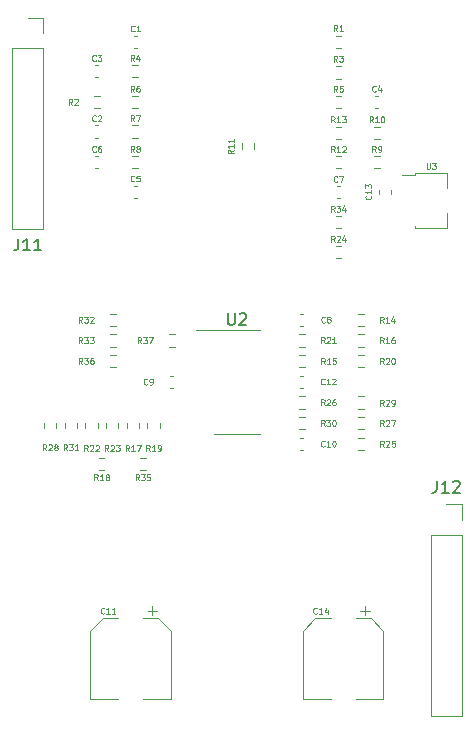
<source format=gbr>
%TF.GenerationSoftware,KiCad,Pcbnew,7.0.10*%
%TF.CreationDate,2024-02-20T22:03:50-06:00*%
%TF.ProjectId,3340_VCO,33333430-5f56-4434-9f2e-6b696361645f,rev?*%
%TF.SameCoordinates,Original*%
%TF.FileFunction,Legend,Top*%
%TF.FilePolarity,Positive*%
%FSLAX46Y46*%
G04 Gerber Fmt 4.6, Leading zero omitted, Abs format (unit mm)*
G04 Created by KiCad (PCBNEW 7.0.10) date 2024-02-20 22:03:50*
%MOMM*%
%LPD*%
G01*
G04 APERTURE LIST*
%ADD10C,0.125000*%
%ADD11C,0.150000*%
%ADD12C,0.120000*%
G04 APERTURE END LIST*
D10*
X142003571Y-122934809D02*
X141836905Y-122696714D01*
X141717857Y-122934809D02*
X141717857Y-122434809D01*
X141717857Y-122434809D02*
X141908333Y-122434809D01*
X141908333Y-122434809D02*
X141955952Y-122458619D01*
X141955952Y-122458619D02*
X141979762Y-122482428D01*
X141979762Y-122482428D02*
X142003571Y-122530047D01*
X142003571Y-122530047D02*
X142003571Y-122601476D01*
X142003571Y-122601476D02*
X141979762Y-122649095D01*
X141979762Y-122649095D02*
X141955952Y-122672904D01*
X141955952Y-122672904D02*
X141908333Y-122696714D01*
X141908333Y-122696714D02*
X141717857Y-122696714D01*
X142194048Y-122482428D02*
X142217857Y-122458619D01*
X142217857Y-122458619D02*
X142265476Y-122434809D01*
X142265476Y-122434809D02*
X142384524Y-122434809D01*
X142384524Y-122434809D02*
X142432143Y-122458619D01*
X142432143Y-122458619D02*
X142455952Y-122482428D01*
X142455952Y-122482428D02*
X142479762Y-122530047D01*
X142479762Y-122530047D02*
X142479762Y-122577666D01*
X142479762Y-122577666D02*
X142455952Y-122649095D01*
X142455952Y-122649095D02*
X142170238Y-122934809D01*
X142170238Y-122934809D02*
X142479762Y-122934809D01*
X142932142Y-122434809D02*
X142694047Y-122434809D01*
X142694047Y-122434809D02*
X142670238Y-122672904D01*
X142670238Y-122672904D02*
X142694047Y-122649095D01*
X142694047Y-122649095D02*
X142741666Y-122625285D01*
X142741666Y-122625285D02*
X142860714Y-122625285D01*
X142860714Y-122625285D02*
X142908333Y-122649095D01*
X142908333Y-122649095D02*
X142932142Y-122672904D01*
X142932142Y-122672904D02*
X142955952Y-122720523D01*
X142955952Y-122720523D02*
X142955952Y-122839571D01*
X142955952Y-122839571D02*
X142932142Y-122887190D01*
X142932142Y-122887190D02*
X142908333Y-122911000D01*
X142908333Y-122911000D02*
X142860714Y-122934809D01*
X142860714Y-122934809D02*
X142741666Y-122934809D01*
X142741666Y-122934809D02*
X142694047Y-122911000D01*
X142694047Y-122911000D02*
X142670238Y-122887190D01*
X141978571Y-121174809D02*
X141811905Y-120936714D01*
X141692857Y-121174809D02*
X141692857Y-120674809D01*
X141692857Y-120674809D02*
X141883333Y-120674809D01*
X141883333Y-120674809D02*
X141930952Y-120698619D01*
X141930952Y-120698619D02*
X141954762Y-120722428D01*
X141954762Y-120722428D02*
X141978571Y-120770047D01*
X141978571Y-120770047D02*
X141978571Y-120841476D01*
X141978571Y-120841476D02*
X141954762Y-120889095D01*
X141954762Y-120889095D02*
X141930952Y-120912904D01*
X141930952Y-120912904D02*
X141883333Y-120936714D01*
X141883333Y-120936714D02*
X141692857Y-120936714D01*
X142169048Y-120722428D02*
X142192857Y-120698619D01*
X142192857Y-120698619D02*
X142240476Y-120674809D01*
X142240476Y-120674809D02*
X142359524Y-120674809D01*
X142359524Y-120674809D02*
X142407143Y-120698619D01*
X142407143Y-120698619D02*
X142430952Y-120722428D01*
X142430952Y-120722428D02*
X142454762Y-120770047D01*
X142454762Y-120770047D02*
X142454762Y-120817666D01*
X142454762Y-120817666D02*
X142430952Y-120889095D01*
X142430952Y-120889095D02*
X142145238Y-121174809D01*
X142145238Y-121174809D02*
X142454762Y-121174809D01*
X142621428Y-120674809D02*
X142954761Y-120674809D01*
X142954761Y-120674809D02*
X142740476Y-121174809D01*
X117778571Y-125774809D02*
X117611905Y-125536714D01*
X117492857Y-125774809D02*
X117492857Y-125274809D01*
X117492857Y-125274809D02*
X117683333Y-125274809D01*
X117683333Y-125274809D02*
X117730952Y-125298619D01*
X117730952Y-125298619D02*
X117754762Y-125322428D01*
X117754762Y-125322428D02*
X117778571Y-125370047D01*
X117778571Y-125370047D02*
X117778571Y-125441476D01*
X117778571Y-125441476D02*
X117754762Y-125489095D01*
X117754762Y-125489095D02*
X117730952Y-125512904D01*
X117730952Y-125512904D02*
X117683333Y-125536714D01*
X117683333Y-125536714D02*
X117492857Y-125536714D01*
X118254762Y-125774809D02*
X117969048Y-125774809D01*
X118111905Y-125774809D02*
X118111905Y-125274809D01*
X118111905Y-125274809D02*
X118064286Y-125346238D01*
X118064286Y-125346238D02*
X118016667Y-125393857D01*
X118016667Y-125393857D02*
X117969048Y-125417666D01*
X118540476Y-125489095D02*
X118492857Y-125465285D01*
X118492857Y-125465285D02*
X118469047Y-125441476D01*
X118469047Y-125441476D02*
X118445238Y-125393857D01*
X118445238Y-125393857D02*
X118445238Y-125370047D01*
X118445238Y-125370047D02*
X118469047Y-125322428D01*
X118469047Y-125322428D02*
X118492857Y-125298619D01*
X118492857Y-125298619D02*
X118540476Y-125274809D01*
X118540476Y-125274809D02*
X118635714Y-125274809D01*
X118635714Y-125274809D02*
X118683333Y-125298619D01*
X118683333Y-125298619D02*
X118707142Y-125322428D01*
X118707142Y-125322428D02*
X118730952Y-125370047D01*
X118730952Y-125370047D02*
X118730952Y-125393857D01*
X118730952Y-125393857D02*
X118707142Y-125441476D01*
X118707142Y-125441476D02*
X118683333Y-125465285D01*
X118683333Y-125465285D02*
X118635714Y-125489095D01*
X118635714Y-125489095D02*
X118540476Y-125489095D01*
X118540476Y-125489095D02*
X118492857Y-125512904D01*
X118492857Y-125512904D02*
X118469047Y-125536714D01*
X118469047Y-125536714D02*
X118445238Y-125584333D01*
X118445238Y-125584333D02*
X118445238Y-125679571D01*
X118445238Y-125679571D02*
X118469047Y-125727190D01*
X118469047Y-125727190D02*
X118492857Y-125751000D01*
X118492857Y-125751000D02*
X118540476Y-125774809D01*
X118540476Y-125774809D02*
X118635714Y-125774809D01*
X118635714Y-125774809D02*
X118683333Y-125751000D01*
X118683333Y-125751000D02*
X118707142Y-125727190D01*
X118707142Y-125727190D02*
X118730952Y-125679571D01*
X118730952Y-125679571D02*
X118730952Y-125584333D01*
X118730952Y-125584333D02*
X118707142Y-125536714D01*
X118707142Y-125536714D02*
X118683333Y-125512904D01*
X118683333Y-125512904D02*
X118635714Y-125489095D01*
X116478571Y-115924809D02*
X116311905Y-115686714D01*
X116192857Y-115924809D02*
X116192857Y-115424809D01*
X116192857Y-115424809D02*
X116383333Y-115424809D01*
X116383333Y-115424809D02*
X116430952Y-115448619D01*
X116430952Y-115448619D02*
X116454762Y-115472428D01*
X116454762Y-115472428D02*
X116478571Y-115520047D01*
X116478571Y-115520047D02*
X116478571Y-115591476D01*
X116478571Y-115591476D02*
X116454762Y-115639095D01*
X116454762Y-115639095D02*
X116430952Y-115662904D01*
X116430952Y-115662904D02*
X116383333Y-115686714D01*
X116383333Y-115686714D02*
X116192857Y-115686714D01*
X116645238Y-115424809D02*
X116954762Y-115424809D01*
X116954762Y-115424809D02*
X116788095Y-115615285D01*
X116788095Y-115615285D02*
X116859524Y-115615285D01*
X116859524Y-115615285D02*
X116907143Y-115639095D01*
X116907143Y-115639095D02*
X116930952Y-115662904D01*
X116930952Y-115662904D02*
X116954762Y-115710523D01*
X116954762Y-115710523D02*
X116954762Y-115829571D01*
X116954762Y-115829571D02*
X116930952Y-115877190D01*
X116930952Y-115877190D02*
X116907143Y-115901000D01*
X116907143Y-115901000D02*
X116859524Y-115924809D01*
X116859524Y-115924809D02*
X116716667Y-115924809D01*
X116716667Y-115924809D02*
X116669048Y-115901000D01*
X116669048Y-115901000D02*
X116645238Y-115877190D01*
X117383333Y-115424809D02*
X117288095Y-115424809D01*
X117288095Y-115424809D02*
X117240476Y-115448619D01*
X117240476Y-115448619D02*
X117216666Y-115472428D01*
X117216666Y-115472428D02*
X117169047Y-115543857D01*
X117169047Y-115543857D02*
X117145238Y-115639095D01*
X117145238Y-115639095D02*
X117145238Y-115829571D01*
X117145238Y-115829571D02*
X117169047Y-115877190D01*
X117169047Y-115877190D02*
X117192857Y-115901000D01*
X117192857Y-115901000D02*
X117240476Y-115924809D01*
X117240476Y-115924809D02*
X117335714Y-115924809D01*
X117335714Y-115924809D02*
X117383333Y-115901000D01*
X117383333Y-115901000D02*
X117407142Y-115877190D01*
X117407142Y-115877190D02*
X117430952Y-115829571D01*
X117430952Y-115829571D02*
X117430952Y-115710523D01*
X117430952Y-115710523D02*
X117407142Y-115662904D01*
X117407142Y-115662904D02*
X117383333Y-115639095D01*
X117383333Y-115639095D02*
X117335714Y-115615285D01*
X117335714Y-115615285D02*
X117240476Y-115615285D01*
X117240476Y-115615285D02*
X117192857Y-115639095D01*
X117192857Y-115639095D02*
X117169047Y-115662904D01*
X117169047Y-115662904D02*
X117145238Y-115710523D01*
X118328571Y-137027190D02*
X118304762Y-137051000D01*
X118304762Y-137051000D02*
X118233333Y-137074809D01*
X118233333Y-137074809D02*
X118185714Y-137074809D01*
X118185714Y-137074809D02*
X118114286Y-137051000D01*
X118114286Y-137051000D02*
X118066667Y-137003380D01*
X118066667Y-137003380D02*
X118042857Y-136955761D01*
X118042857Y-136955761D02*
X118019048Y-136860523D01*
X118019048Y-136860523D02*
X118019048Y-136789095D01*
X118019048Y-136789095D02*
X118042857Y-136693857D01*
X118042857Y-136693857D02*
X118066667Y-136646238D01*
X118066667Y-136646238D02*
X118114286Y-136598619D01*
X118114286Y-136598619D02*
X118185714Y-136574809D01*
X118185714Y-136574809D02*
X118233333Y-136574809D01*
X118233333Y-136574809D02*
X118304762Y-136598619D01*
X118304762Y-136598619D02*
X118328571Y-136622428D01*
X118804762Y-137074809D02*
X118519048Y-137074809D01*
X118661905Y-137074809D02*
X118661905Y-136574809D01*
X118661905Y-136574809D02*
X118614286Y-136646238D01*
X118614286Y-136646238D02*
X118566667Y-136693857D01*
X118566667Y-136693857D02*
X118519048Y-136717666D01*
X119280952Y-137074809D02*
X118995238Y-137074809D01*
X119138095Y-137074809D02*
X119138095Y-136574809D01*
X119138095Y-136574809D02*
X119090476Y-136646238D01*
X119090476Y-136646238D02*
X119042857Y-136693857D01*
X119042857Y-136693857D02*
X118995238Y-136717666D01*
X116928571Y-123299809D02*
X116761905Y-123061714D01*
X116642857Y-123299809D02*
X116642857Y-122799809D01*
X116642857Y-122799809D02*
X116833333Y-122799809D01*
X116833333Y-122799809D02*
X116880952Y-122823619D01*
X116880952Y-122823619D02*
X116904762Y-122847428D01*
X116904762Y-122847428D02*
X116928571Y-122895047D01*
X116928571Y-122895047D02*
X116928571Y-122966476D01*
X116928571Y-122966476D02*
X116904762Y-123014095D01*
X116904762Y-123014095D02*
X116880952Y-123037904D01*
X116880952Y-123037904D02*
X116833333Y-123061714D01*
X116833333Y-123061714D02*
X116642857Y-123061714D01*
X117119048Y-122847428D02*
X117142857Y-122823619D01*
X117142857Y-122823619D02*
X117190476Y-122799809D01*
X117190476Y-122799809D02*
X117309524Y-122799809D01*
X117309524Y-122799809D02*
X117357143Y-122823619D01*
X117357143Y-122823619D02*
X117380952Y-122847428D01*
X117380952Y-122847428D02*
X117404762Y-122895047D01*
X117404762Y-122895047D02*
X117404762Y-122942666D01*
X117404762Y-122942666D02*
X117380952Y-123014095D01*
X117380952Y-123014095D02*
X117095238Y-123299809D01*
X117095238Y-123299809D02*
X117404762Y-123299809D01*
X117595238Y-122847428D02*
X117619047Y-122823619D01*
X117619047Y-122823619D02*
X117666666Y-122799809D01*
X117666666Y-122799809D02*
X117785714Y-122799809D01*
X117785714Y-122799809D02*
X117833333Y-122823619D01*
X117833333Y-122823619D02*
X117857142Y-122847428D01*
X117857142Y-122847428D02*
X117880952Y-122895047D01*
X117880952Y-122895047D02*
X117880952Y-122942666D01*
X117880952Y-122942666D02*
X117857142Y-123014095D01*
X117857142Y-123014095D02*
X117571428Y-123299809D01*
X117571428Y-123299809D02*
X117880952Y-123299809D01*
X141978571Y-115924809D02*
X141811905Y-115686714D01*
X141692857Y-115924809D02*
X141692857Y-115424809D01*
X141692857Y-115424809D02*
X141883333Y-115424809D01*
X141883333Y-115424809D02*
X141930952Y-115448619D01*
X141930952Y-115448619D02*
X141954762Y-115472428D01*
X141954762Y-115472428D02*
X141978571Y-115520047D01*
X141978571Y-115520047D02*
X141978571Y-115591476D01*
X141978571Y-115591476D02*
X141954762Y-115639095D01*
X141954762Y-115639095D02*
X141930952Y-115662904D01*
X141930952Y-115662904D02*
X141883333Y-115686714D01*
X141883333Y-115686714D02*
X141692857Y-115686714D01*
X142169048Y-115472428D02*
X142192857Y-115448619D01*
X142192857Y-115448619D02*
X142240476Y-115424809D01*
X142240476Y-115424809D02*
X142359524Y-115424809D01*
X142359524Y-115424809D02*
X142407143Y-115448619D01*
X142407143Y-115448619D02*
X142430952Y-115472428D01*
X142430952Y-115472428D02*
X142454762Y-115520047D01*
X142454762Y-115520047D02*
X142454762Y-115567666D01*
X142454762Y-115567666D02*
X142430952Y-115639095D01*
X142430952Y-115639095D02*
X142145238Y-115924809D01*
X142145238Y-115924809D02*
X142454762Y-115924809D01*
X142764285Y-115424809D02*
X142811904Y-115424809D01*
X142811904Y-115424809D02*
X142859523Y-115448619D01*
X142859523Y-115448619D02*
X142883333Y-115472428D01*
X142883333Y-115472428D02*
X142907142Y-115520047D01*
X142907142Y-115520047D02*
X142930952Y-115615285D01*
X142930952Y-115615285D02*
X142930952Y-115734333D01*
X142930952Y-115734333D02*
X142907142Y-115829571D01*
X142907142Y-115829571D02*
X142883333Y-115877190D01*
X142883333Y-115877190D02*
X142859523Y-115901000D01*
X142859523Y-115901000D02*
X142811904Y-115924809D01*
X142811904Y-115924809D02*
X142764285Y-115924809D01*
X142764285Y-115924809D02*
X142716666Y-115901000D01*
X142716666Y-115901000D02*
X142692857Y-115877190D01*
X142692857Y-115877190D02*
X142669047Y-115829571D01*
X142669047Y-115829571D02*
X142645238Y-115734333D01*
X142645238Y-115734333D02*
X142645238Y-115615285D01*
X142645238Y-115615285D02*
X142669047Y-115520047D01*
X142669047Y-115520047D02*
X142692857Y-115472428D01*
X142692857Y-115472428D02*
X142716666Y-115448619D01*
X142716666Y-115448619D02*
X142764285Y-115424809D01*
X117616666Y-90227190D02*
X117592857Y-90251000D01*
X117592857Y-90251000D02*
X117521428Y-90274809D01*
X117521428Y-90274809D02*
X117473809Y-90274809D01*
X117473809Y-90274809D02*
X117402381Y-90251000D01*
X117402381Y-90251000D02*
X117354762Y-90203380D01*
X117354762Y-90203380D02*
X117330952Y-90155761D01*
X117330952Y-90155761D02*
X117307143Y-90060523D01*
X117307143Y-90060523D02*
X117307143Y-89989095D01*
X117307143Y-89989095D02*
X117330952Y-89893857D01*
X117330952Y-89893857D02*
X117354762Y-89846238D01*
X117354762Y-89846238D02*
X117402381Y-89798619D01*
X117402381Y-89798619D02*
X117473809Y-89774809D01*
X117473809Y-89774809D02*
X117521428Y-89774809D01*
X117521428Y-89774809D02*
X117592857Y-89798619D01*
X117592857Y-89798619D02*
X117616666Y-89822428D01*
X117783333Y-89774809D02*
X118092857Y-89774809D01*
X118092857Y-89774809D02*
X117926190Y-89965285D01*
X117926190Y-89965285D02*
X117997619Y-89965285D01*
X117997619Y-89965285D02*
X118045238Y-89989095D01*
X118045238Y-89989095D02*
X118069047Y-90012904D01*
X118069047Y-90012904D02*
X118092857Y-90060523D01*
X118092857Y-90060523D02*
X118092857Y-90179571D01*
X118092857Y-90179571D02*
X118069047Y-90227190D01*
X118069047Y-90227190D02*
X118045238Y-90251000D01*
X118045238Y-90251000D02*
X117997619Y-90274809D01*
X117997619Y-90274809D02*
X117854762Y-90274809D01*
X117854762Y-90274809D02*
X117807143Y-90251000D01*
X117807143Y-90251000D02*
X117783333Y-90227190D01*
X120891666Y-87727190D02*
X120867857Y-87751000D01*
X120867857Y-87751000D02*
X120796428Y-87774809D01*
X120796428Y-87774809D02*
X120748809Y-87774809D01*
X120748809Y-87774809D02*
X120677381Y-87751000D01*
X120677381Y-87751000D02*
X120629762Y-87703380D01*
X120629762Y-87703380D02*
X120605952Y-87655761D01*
X120605952Y-87655761D02*
X120582143Y-87560523D01*
X120582143Y-87560523D02*
X120582143Y-87489095D01*
X120582143Y-87489095D02*
X120605952Y-87393857D01*
X120605952Y-87393857D02*
X120629762Y-87346238D01*
X120629762Y-87346238D02*
X120677381Y-87298619D01*
X120677381Y-87298619D02*
X120748809Y-87274809D01*
X120748809Y-87274809D02*
X120796428Y-87274809D01*
X120796428Y-87274809D02*
X120867857Y-87298619D01*
X120867857Y-87298619D02*
X120891666Y-87322428D01*
X121367857Y-87774809D02*
X121082143Y-87774809D01*
X121225000Y-87774809D02*
X121225000Y-87274809D01*
X121225000Y-87274809D02*
X121177381Y-87346238D01*
X121177381Y-87346238D02*
X121129762Y-87393857D01*
X121129762Y-87393857D02*
X121082143Y-87417666D01*
X136328571Y-137027190D02*
X136304762Y-137051000D01*
X136304762Y-137051000D02*
X136233333Y-137074809D01*
X136233333Y-137074809D02*
X136185714Y-137074809D01*
X136185714Y-137074809D02*
X136114286Y-137051000D01*
X136114286Y-137051000D02*
X136066667Y-137003380D01*
X136066667Y-137003380D02*
X136042857Y-136955761D01*
X136042857Y-136955761D02*
X136019048Y-136860523D01*
X136019048Y-136860523D02*
X136019048Y-136789095D01*
X136019048Y-136789095D02*
X136042857Y-136693857D01*
X136042857Y-136693857D02*
X136066667Y-136646238D01*
X136066667Y-136646238D02*
X136114286Y-136598619D01*
X136114286Y-136598619D02*
X136185714Y-136574809D01*
X136185714Y-136574809D02*
X136233333Y-136574809D01*
X136233333Y-136574809D02*
X136304762Y-136598619D01*
X136304762Y-136598619D02*
X136328571Y-136622428D01*
X136804762Y-137074809D02*
X136519048Y-137074809D01*
X136661905Y-137074809D02*
X136661905Y-136574809D01*
X136661905Y-136574809D02*
X136614286Y-136646238D01*
X136614286Y-136646238D02*
X136566667Y-136693857D01*
X136566667Y-136693857D02*
X136519048Y-136717666D01*
X137233333Y-136741476D02*
X137233333Y-137074809D01*
X137114285Y-136551000D02*
X136995238Y-136908142D01*
X136995238Y-136908142D02*
X137304761Y-136908142D01*
X137828571Y-97974809D02*
X137661905Y-97736714D01*
X137542857Y-97974809D02*
X137542857Y-97474809D01*
X137542857Y-97474809D02*
X137733333Y-97474809D01*
X137733333Y-97474809D02*
X137780952Y-97498619D01*
X137780952Y-97498619D02*
X137804762Y-97522428D01*
X137804762Y-97522428D02*
X137828571Y-97570047D01*
X137828571Y-97570047D02*
X137828571Y-97641476D01*
X137828571Y-97641476D02*
X137804762Y-97689095D01*
X137804762Y-97689095D02*
X137780952Y-97712904D01*
X137780952Y-97712904D02*
X137733333Y-97736714D01*
X137733333Y-97736714D02*
X137542857Y-97736714D01*
X138304762Y-97974809D02*
X138019048Y-97974809D01*
X138161905Y-97974809D02*
X138161905Y-97474809D01*
X138161905Y-97474809D02*
X138114286Y-97546238D01*
X138114286Y-97546238D02*
X138066667Y-97593857D01*
X138066667Y-97593857D02*
X138019048Y-97617666D01*
X138495238Y-97522428D02*
X138519047Y-97498619D01*
X138519047Y-97498619D02*
X138566666Y-97474809D01*
X138566666Y-97474809D02*
X138685714Y-97474809D01*
X138685714Y-97474809D02*
X138733333Y-97498619D01*
X138733333Y-97498619D02*
X138757142Y-97522428D01*
X138757142Y-97522428D02*
X138780952Y-97570047D01*
X138780952Y-97570047D02*
X138780952Y-97617666D01*
X138780952Y-97617666D02*
X138757142Y-97689095D01*
X138757142Y-97689095D02*
X138471428Y-97974809D01*
X138471428Y-97974809D02*
X138780952Y-97974809D01*
D11*
X128788095Y-111624819D02*
X128788095Y-112434342D01*
X128788095Y-112434342D02*
X128835714Y-112529580D01*
X128835714Y-112529580D02*
X128883333Y-112577200D01*
X128883333Y-112577200D02*
X128978571Y-112624819D01*
X128978571Y-112624819D02*
X129169047Y-112624819D01*
X129169047Y-112624819D02*
X129264285Y-112577200D01*
X129264285Y-112577200D02*
X129311904Y-112529580D01*
X129311904Y-112529580D02*
X129359523Y-112434342D01*
X129359523Y-112434342D02*
X129359523Y-111624819D01*
X129788095Y-111720057D02*
X129835714Y-111672438D01*
X129835714Y-111672438D02*
X129930952Y-111624819D01*
X129930952Y-111624819D02*
X130169047Y-111624819D01*
X130169047Y-111624819D02*
X130264285Y-111672438D01*
X130264285Y-111672438D02*
X130311904Y-111720057D01*
X130311904Y-111720057D02*
X130359523Y-111815295D01*
X130359523Y-111815295D02*
X130359523Y-111910533D01*
X130359523Y-111910533D02*
X130311904Y-112053390D01*
X130311904Y-112053390D02*
X129740476Y-112624819D01*
X129740476Y-112624819D02*
X130359523Y-112624819D01*
D10*
X141978571Y-112424809D02*
X141811905Y-112186714D01*
X141692857Y-112424809D02*
X141692857Y-111924809D01*
X141692857Y-111924809D02*
X141883333Y-111924809D01*
X141883333Y-111924809D02*
X141930952Y-111948619D01*
X141930952Y-111948619D02*
X141954762Y-111972428D01*
X141954762Y-111972428D02*
X141978571Y-112020047D01*
X141978571Y-112020047D02*
X141978571Y-112091476D01*
X141978571Y-112091476D02*
X141954762Y-112139095D01*
X141954762Y-112139095D02*
X141930952Y-112162904D01*
X141930952Y-112162904D02*
X141883333Y-112186714D01*
X141883333Y-112186714D02*
X141692857Y-112186714D01*
X142454762Y-112424809D02*
X142169048Y-112424809D01*
X142311905Y-112424809D02*
X142311905Y-111924809D01*
X142311905Y-111924809D02*
X142264286Y-111996238D01*
X142264286Y-111996238D02*
X142216667Y-112043857D01*
X142216667Y-112043857D02*
X142169048Y-112067666D01*
X142883333Y-112091476D02*
X142883333Y-112424809D01*
X142764285Y-111901000D02*
X142645238Y-112258142D01*
X142645238Y-112258142D02*
X142954761Y-112258142D01*
X138066666Y-100477190D02*
X138042857Y-100501000D01*
X138042857Y-100501000D02*
X137971428Y-100524809D01*
X137971428Y-100524809D02*
X137923809Y-100524809D01*
X137923809Y-100524809D02*
X137852381Y-100501000D01*
X137852381Y-100501000D02*
X137804762Y-100453380D01*
X137804762Y-100453380D02*
X137780952Y-100405761D01*
X137780952Y-100405761D02*
X137757143Y-100310523D01*
X137757143Y-100310523D02*
X137757143Y-100239095D01*
X137757143Y-100239095D02*
X137780952Y-100143857D01*
X137780952Y-100143857D02*
X137804762Y-100096238D01*
X137804762Y-100096238D02*
X137852381Y-100048619D01*
X137852381Y-100048619D02*
X137923809Y-100024809D01*
X137923809Y-100024809D02*
X137971428Y-100024809D01*
X137971428Y-100024809D02*
X138042857Y-100048619D01*
X138042857Y-100048619D02*
X138066666Y-100072428D01*
X138233333Y-100024809D02*
X138566666Y-100024809D01*
X138566666Y-100024809D02*
X138352381Y-100524809D01*
X141078571Y-95474809D02*
X140911905Y-95236714D01*
X140792857Y-95474809D02*
X140792857Y-94974809D01*
X140792857Y-94974809D02*
X140983333Y-94974809D01*
X140983333Y-94974809D02*
X141030952Y-94998619D01*
X141030952Y-94998619D02*
X141054762Y-95022428D01*
X141054762Y-95022428D02*
X141078571Y-95070047D01*
X141078571Y-95070047D02*
X141078571Y-95141476D01*
X141078571Y-95141476D02*
X141054762Y-95189095D01*
X141054762Y-95189095D02*
X141030952Y-95212904D01*
X141030952Y-95212904D02*
X140983333Y-95236714D01*
X140983333Y-95236714D02*
X140792857Y-95236714D01*
X141554762Y-95474809D02*
X141269048Y-95474809D01*
X141411905Y-95474809D02*
X141411905Y-94974809D01*
X141411905Y-94974809D02*
X141364286Y-95046238D01*
X141364286Y-95046238D02*
X141316667Y-95093857D01*
X141316667Y-95093857D02*
X141269048Y-95117666D01*
X141864285Y-94974809D02*
X141911904Y-94974809D01*
X141911904Y-94974809D02*
X141959523Y-94998619D01*
X141959523Y-94998619D02*
X141983333Y-95022428D01*
X141983333Y-95022428D02*
X142007142Y-95070047D01*
X142007142Y-95070047D02*
X142030952Y-95165285D01*
X142030952Y-95165285D02*
X142030952Y-95284333D01*
X142030952Y-95284333D02*
X142007142Y-95379571D01*
X142007142Y-95379571D02*
X141983333Y-95427190D01*
X141983333Y-95427190D02*
X141959523Y-95451000D01*
X141959523Y-95451000D02*
X141911904Y-95474809D01*
X141911904Y-95474809D02*
X141864285Y-95474809D01*
X141864285Y-95474809D02*
X141816666Y-95451000D01*
X141816666Y-95451000D02*
X141792857Y-95427190D01*
X141792857Y-95427190D02*
X141769047Y-95379571D01*
X141769047Y-95379571D02*
X141745238Y-95284333D01*
X141745238Y-95284333D02*
X141745238Y-95165285D01*
X141745238Y-95165285D02*
X141769047Y-95070047D01*
X141769047Y-95070047D02*
X141792857Y-95022428D01*
X141792857Y-95022428D02*
X141816666Y-94998619D01*
X141816666Y-94998619D02*
X141864285Y-94974809D01*
X121966666Y-117627190D02*
X121942857Y-117651000D01*
X121942857Y-117651000D02*
X121871428Y-117674809D01*
X121871428Y-117674809D02*
X121823809Y-117674809D01*
X121823809Y-117674809D02*
X121752381Y-117651000D01*
X121752381Y-117651000D02*
X121704762Y-117603380D01*
X121704762Y-117603380D02*
X121680952Y-117555761D01*
X121680952Y-117555761D02*
X121657143Y-117460523D01*
X121657143Y-117460523D02*
X121657143Y-117389095D01*
X121657143Y-117389095D02*
X121680952Y-117293857D01*
X121680952Y-117293857D02*
X121704762Y-117246238D01*
X121704762Y-117246238D02*
X121752381Y-117198619D01*
X121752381Y-117198619D02*
X121823809Y-117174809D01*
X121823809Y-117174809D02*
X121871428Y-117174809D01*
X121871428Y-117174809D02*
X121942857Y-117198619D01*
X121942857Y-117198619D02*
X121966666Y-117222428D01*
X122204762Y-117674809D02*
X122300000Y-117674809D01*
X122300000Y-117674809D02*
X122347619Y-117651000D01*
X122347619Y-117651000D02*
X122371428Y-117627190D01*
X122371428Y-117627190D02*
X122419047Y-117555761D01*
X122419047Y-117555761D02*
X122442857Y-117460523D01*
X122442857Y-117460523D02*
X122442857Y-117270047D01*
X122442857Y-117270047D02*
X122419047Y-117222428D01*
X122419047Y-117222428D02*
X122395238Y-117198619D01*
X122395238Y-117198619D02*
X122347619Y-117174809D01*
X122347619Y-117174809D02*
X122252381Y-117174809D01*
X122252381Y-117174809D02*
X122204762Y-117198619D01*
X122204762Y-117198619D02*
X122180952Y-117222428D01*
X122180952Y-117222428D02*
X122157143Y-117270047D01*
X122157143Y-117270047D02*
X122157143Y-117389095D01*
X122157143Y-117389095D02*
X122180952Y-117436714D01*
X122180952Y-117436714D02*
X122204762Y-117460523D01*
X122204762Y-117460523D02*
X122252381Y-117484333D01*
X122252381Y-117484333D02*
X122347619Y-117484333D01*
X122347619Y-117484333D02*
X122395238Y-117460523D01*
X122395238Y-117460523D02*
X122419047Y-117436714D01*
X122419047Y-117436714D02*
X122442857Y-117389095D01*
X136978571Y-121184809D02*
X136811905Y-120946714D01*
X136692857Y-121184809D02*
X136692857Y-120684809D01*
X136692857Y-120684809D02*
X136883333Y-120684809D01*
X136883333Y-120684809D02*
X136930952Y-120708619D01*
X136930952Y-120708619D02*
X136954762Y-120732428D01*
X136954762Y-120732428D02*
X136978571Y-120780047D01*
X136978571Y-120780047D02*
X136978571Y-120851476D01*
X136978571Y-120851476D02*
X136954762Y-120899095D01*
X136954762Y-120899095D02*
X136930952Y-120922904D01*
X136930952Y-120922904D02*
X136883333Y-120946714D01*
X136883333Y-120946714D02*
X136692857Y-120946714D01*
X137145238Y-120684809D02*
X137454762Y-120684809D01*
X137454762Y-120684809D02*
X137288095Y-120875285D01*
X137288095Y-120875285D02*
X137359524Y-120875285D01*
X137359524Y-120875285D02*
X137407143Y-120899095D01*
X137407143Y-120899095D02*
X137430952Y-120922904D01*
X137430952Y-120922904D02*
X137454762Y-120970523D01*
X137454762Y-120970523D02*
X137454762Y-121089571D01*
X137454762Y-121089571D02*
X137430952Y-121137190D01*
X137430952Y-121137190D02*
X137407143Y-121161000D01*
X137407143Y-121161000D02*
X137359524Y-121184809D01*
X137359524Y-121184809D02*
X137216667Y-121184809D01*
X137216667Y-121184809D02*
X137169048Y-121161000D01*
X137169048Y-121161000D02*
X137145238Y-121137190D01*
X137764285Y-120684809D02*
X137811904Y-120684809D01*
X137811904Y-120684809D02*
X137859523Y-120708619D01*
X137859523Y-120708619D02*
X137883333Y-120732428D01*
X137883333Y-120732428D02*
X137907142Y-120780047D01*
X137907142Y-120780047D02*
X137930952Y-120875285D01*
X137930952Y-120875285D02*
X137930952Y-120994333D01*
X137930952Y-120994333D02*
X137907142Y-121089571D01*
X137907142Y-121089571D02*
X137883333Y-121137190D01*
X137883333Y-121137190D02*
X137859523Y-121161000D01*
X137859523Y-121161000D02*
X137811904Y-121184809D01*
X137811904Y-121184809D02*
X137764285Y-121184809D01*
X137764285Y-121184809D02*
X137716666Y-121161000D01*
X137716666Y-121161000D02*
X137692857Y-121137190D01*
X137692857Y-121137190D02*
X137669047Y-121089571D01*
X137669047Y-121089571D02*
X137645238Y-120994333D01*
X137645238Y-120994333D02*
X137645238Y-120875285D01*
X137645238Y-120875285D02*
X137669047Y-120780047D01*
X137669047Y-120780047D02*
X137692857Y-120732428D01*
X137692857Y-120732428D02*
X137716666Y-120708619D01*
X137716666Y-120708619D02*
X137764285Y-120684809D01*
X117616666Y-97927190D02*
X117592857Y-97951000D01*
X117592857Y-97951000D02*
X117521428Y-97974809D01*
X117521428Y-97974809D02*
X117473809Y-97974809D01*
X117473809Y-97974809D02*
X117402381Y-97951000D01*
X117402381Y-97951000D02*
X117354762Y-97903380D01*
X117354762Y-97903380D02*
X117330952Y-97855761D01*
X117330952Y-97855761D02*
X117307143Y-97760523D01*
X117307143Y-97760523D02*
X117307143Y-97689095D01*
X117307143Y-97689095D02*
X117330952Y-97593857D01*
X117330952Y-97593857D02*
X117354762Y-97546238D01*
X117354762Y-97546238D02*
X117402381Y-97498619D01*
X117402381Y-97498619D02*
X117473809Y-97474809D01*
X117473809Y-97474809D02*
X117521428Y-97474809D01*
X117521428Y-97474809D02*
X117592857Y-97498619D01*
X117592857Y-97498619D02*
X117616666Y-97522428D01*
X118045238Y-97474809D02*
X117950000Y-97474809D01*
X117950000Y-97474809D02*
X117902381Y-97498619D01*
X117902381Y-97498619D02*
X117878571Y-97522428D01*
X117878571Y-97522428D02*
X117830952Y-97593857D01*
X117830952Y-97593857D02*
X117807143Y-97689095D01*
X117807143Y-97689095D02*
X117807143Y-97879571D01*
X117807143Y-97879571D02*
X117830952Y-97927190D01*
X117830952Y-97927190D02*
X117854762Y-97951000D01*
X117854762Y-97951000D02*
X117902381Y-97974809D01*
X117902381Y-97974809D02*
X117997619Y-97974809D01*
X117997619Y-97974809D02*
X118045238Y-97951000D01*
X118045238Y-97951000D02*
X118069047Y-97927190D01*
X118069047Y-97927190D02*
X118092857Y-97879571D01*
X118092857Y-97879571D02*
X118092857Y-97760523D01*
X118092857Y-97760523D02*
X118069047Y-97712904D01*
X118069047Y-97712904D02*
X118045238Y-97689095D01*
X118045238Y-97689095D02*
X117997619Y-97665285D01*
X117997619Y-97665285D02*
X117902381Y-97665285D01*
X117902381Y-97665285D02*
X117854762Y-97689095D01*
X117854762Y-97689095D02*
X117830952Y-97712904D01*
X117830952Y-97712904D02*
X117807143Y-97760523D01*
D11*
X111040476Y-105314819D02*
X111040476Y-106029104D01*
X111040476Y-106029104D02*
X110992857Y-106171961D01*
X110992857Y-106171961D02*
X110897619Y-106267200D01*
X110897619Y-106267200D02*
X110754762Y-106314819D01*
X110754762Y-106314819D02*
X110659524Y-106314819D01*
X112040476Y-106314819D02*
X111469048Y-106314819D01*
X111754762Y-106314819D02*
X111754762Y-105314819D01*
X111754762Y-105314819D02*
X111659524Y-105457676D01*
X111659524Y-105457676D02*
X111564286Y-105552914D01*
X111564286Y-105552914D02*
X111469048Y-105600533D01*
X112992857Y-106314819D02*
X112421429Y-106314819D01*
X112707143Y-106314819D02*
X112707143Y-105314819D01*
X112707143Y-105314819D02*
X112611905Y-105457676D01*
X112611905Y-105457676D02*
X112516667Y-105552914D01*
X112516667Y-105552914D02*
X112421429Y-105600533D01*
D10*
X136978571Y-117617190D02*
X136954762Y-117641000D01*
X136954762Y-117641000D02*
X136883333Y-117664809D01*
X136883333Y-117664809D02*
X136835714Y-117664809D01*
X136835714Y-117664809D02*
X136764286Y-117641000D01*
X136764286Y-117641000D02*
X136716667Y-117593380D01*
X136716667Y-117593380D02*
X136692857Y-117545761D01*
X136692857Y-117545761D02*
X136669048Y-117450523D01*
X136669048Y-117450523D02*
X136669048Y-117379095D01*
X136669048Y-117379095D02*
X136692857Y-117283857D01*
X136692857Y-117283857D02*
X136716667Y-117236238D01*
X136716667Y-117236238D02*
X136764286Y-117188619D01*
X136764286Y-117188619D02*
X136835714Y-117164809D01*
X136835714Y-117164809D02*
X136883333Y-117164809D01*
X136883333Y-117164809D02*
X136954762Y-117188619D01*
X136954762Y-117188619D02*
X136978571Y-117212428D01*
X137454762Y-117664809D02*
X137169048Y-117664809D01*
X137311905Y-117664809D02*
X137311905Y-117164809D01*
X137311905Y-117164809D02*
X137264286Y-117236238D01*
X137264286Y-117236238D02*
X137216667Y-117283857D01*
X137216667Y-117283857D02*
X137169048Y-117307666D01*
X137645238Y-117212428D02*
X137669047Y-117188619D01*
X137669047Y-117188619D02*
X137716666Y-117164809D01*
X137716666Y-117164809D02*
X137835714Y-117164809D01*
X137835714Y-117164809D02*
X137883333Y-117188619D01*
X137883333Y-117188619D02*
X137907142Y-117212428D01*
X137907142Y-117212428D02*
X137930952Y-117260047D01*
X137930952Y-117260047D02*
X137930952Y-117307666D01*
X137930952Y-117307666D02*
X137907142Y-117379095D01*
X137907142Y-117379095D02*
X137621428Y-117664809D01*
X137621428Y-117664809D02*
X137930952Y-117664809D01*
X137828571Y-95474809D02*
X137661905Y-95236714D01*
X137542857Y-95474809D02*
X137542857Y-94974809D01*
X137542857Y-94974809D02*
X137733333Y-94974809D01*
X137733333Y-94974809D02*
X137780952Y-94998619D01*
X137780952Y-94998619D02*
X137804762Y-95022428D01*
X137804762Y-95022428D02*
X137828571Y-95070047D01*
X137828571Y-95070047D02*
X137828571Y-95141476D01*
X137828571Y-95141476D02*
X137804762Y-95189095D01*
X137804762Y-95189095D02*
X137780952Y-95212904D01*
X137780952Y-95212904D02*
X137733333Y-95236714D01*
X137733333Y-95236714D02*
X137542857Y-95236714D01*
X138304762Y-95474809D02*
X138019048Y-95474809D01*
X138161905Y-95474809D02*
X138161905Y-94974809D01*
X138161905Y-94974809D02*
X138114286Y-95046238D01*
X138114286Y-95046238D02*
X138066667Y-95093857D01*
X138066667Y-95093857D02*
X138019048Y-95117666D01*
X138471428Y-94974809D02*
X138780952Y-94974809D01*
X138780952Y-94974809D02*
X138614285Y-95165285D01*
X138614285Y-95165285D02*
X138685714Y-95165285D01*
X138685714Y-95165285D02*
X138733333Y-95189095D01*
X138733333Y-95189095D02*
X138757142Y-95212904D01*
X138757142Y-95212904D02*
X138780952Y-95260523D01*
X138780952Y-95260523D02*
X138780952Y-95379571D01*
X138780952Y-95379571D02*
X138757142Y-95427190D01*
X138757142Y-95427190D02*
X138733333Y-95451000D01*
X138733333Y-95451000D02*
X138685714Y-95474809D01*
X138685714Y-95474809D02*
X138542857Y-95474809D01*
X138542857Y-95474809D02*
X138495238Y-95451000D01*
X138495238Y-95451000D02*
X138471428Y-95427190D01*
X121478571Y-114174809D02*
X121311905Y-113936714D01*
X121192857Y-114174809D02*
X121192857Y-113674809D01*
X121192857Y-113674809D02*
X121383333Y-113674809D01*
X121383333Y-113674809D02*
X121430952Y-113698619D01*
X121430952Y-113698619D02*
X121454762Y-113722428D01*
X121454762Y-113722428D02*
X121478571Y-113770047D01*
X121478571Y-113770047D02*
X121478571Y-113841476D01*
X121478571Y-113841476D02*
X121454762Y-113889095D01*
X121454762Y-113889095D02*
X121430952Y-113912904D01*
X121430952Y-113912904D02*
X121383333Y-113936714D01*
X121383333Y-113936714D02*
X121192857Y-113936714D01*
X121645238Y-113674809D02*
X121954762Y-113674809D01*
X121954762Y-113674809D02*
X121788095Y-113865285D01*
X121788095Y-113865285D02*
X121859524Y-113865285D01*
X121859524Y-113865285D02*
X121907143Y-113889095D01*
X121907143Y-113889095D02*
X121930952Y-113912904D01*
X121930952Y-113912904D02*
X121954762Y-113960523D01*
X121954762Y-113960523D02*
X121954762Y-114079571D01*
X121954762Y-114079571D02*
X121930952Y-114127190D01*
X121930952Y-114127190D02*
X121907143Y-114151000D01*
X121907143Y-114151000D02*
X121859524Y-114174809D01*
X121859524Y-114174809D02*
X121716667Y-114174809D01*
X121716667Y-114174809D02*
X121669048Y-114151000D01*
X121669048Y-114151000D02*
X121645238Y-114127190D01*
X122121428Y-113674809D02*
X122454761Y-113674809D01*
X122454761Y-113674809D02*
X122240476Y-114174809D01*
X113428571Y-123249809D02*
X113261905Y-123011714D01*
X113142857Y-123249809D02*
X113142857Y-122749809D01*
X113142857Y-122749809D02*
X113333333Y-122749809D01*
X113333333Y-122749809D02*
X113380952Y-122773619D01*
X113380952Y-122773619D02*
X113404762Y-122797428D01*
X113404762Y-122797428D02*
X113428571Y-122845047D01*
X113428571Y-122845047D02*
X113428571Y-122916476D01*
X113428571Y-122916476D02*
X113404762Y-122964095D01*
X113404762Y-122964095D02*
X113380952Y-122987904D01*
X113380952Y-122987904D02*
X113333333Y-123011714D01*
X113333333Y-123011714D02*
X113142857Y-123011714D01*
X113619048Y-122797428D02*
X113642857Y-122773619D01*
X113642857Y-122773619D02*
X113690476Y-122749809D01*
X113690476Y-122749809D02*
X113809524Y-122749809D01*
X113809524Y-122749809D02*
X113857143Y-122773619D01*
X113857143Y-122773619D02*
X113880952Y-122797428D01*
X113880952Y-122797428D02*
X113904762Y-122845047D01*
X113904762Y-122845047D02*
X113904762Y-122892666D01*
X113904762Y-122892666D02*
X113880952Y-122964095D01*
X113880952Y-122964095D02*
X113595238Y-123249809D01*
X113595238Y-123249809D02*
X113904762Y-123249809D01*
X114190476Y-122964095D02*
X114142857Y-122940285D01*
X114142857Y-122940285D02*
X114119047Y-122916476D01*
X114119047Y-122916476D02*
X114095238Y-122868857D01*
X114095238Y-122868857D02*
X114095238Y-122845047D01*
X114095238Y-122845047D02*
X114119047Y-122797428D01*
X114119047Y-122797428D02*
X114142857Y-122773619D01*
X114142857Y-122773619D02*
X114190476Y-122749809D01*
X114190476Y-122749809D02*
X114285714Y-122749809D01*
X114285714Y-122749809D02*
X114333333Y-122773619D01*
X114333333Y-122773619D02*
X114357142Y-122797428D01*
X114357142Y-122797428D02*
X114380952Y-122845047D01*
X114380952Y-122845047D02*
X114380952Y-122868857D01*
X114380952Y-122868857D02*
X114357142Y-122916476D01*
X114357142Y-122916476D02*
X114333333Y-122940285D01*
X114333333Y-122940285D02*
X114285714Y-122964095D01*
X114285714Y-122964095D02*
X114190476Y-122964095D01*
X114190476Y-122964095D02*
X114142857Y-122987904D01*
X114142857Y-122987904D02*
X114119047Y-123011714D01*
X114119047Y-123011714D02*
X114095238Y-123059333D01*
X114095238Y-123059333D02*
X114095238Y-123154571D01*
X114095238Y-123154571D02*
X114119047Y-123202190D01*
X114119047Y-123202190D02*
X114142857Y-123226000D01*
X114142857Y-123226000D02*
X114190476Y-123249809D01*
X114190476Y-123249809D02*
X114285714Y-123249809D01*
X114285714Y-123249809D02*
X114333333Y-123226000D01*
X114333333Y-123226000D02*
X114357142Y-123202190D01*
X114357142Y-123202190D02*
X114380952Y-123154571D01*
X114380952Y-123154571D02*
X114380952Y-123059333D01*
X114380952Y-123059333D02*
X114357142Y-123011714D01*
X114357142Y-123011714D02*
X114333333Y-122987904D01*
X114333333Y-122987904D02*
X114285714Y-122964095D01*
X118678571Y-123299809D02*
X118511905Y-123061714D01*
X118392857Y-123299809D02*
X118392857Y-122799809D01*
X118392857Y-122799809D02*
X118583333Y-122799809D01*
X118583333Y-122799809D02*
X118630952Y-122823619D01*
X118630952Y-122823619D02*
X118654762Y-122847428D01*
X118654762Y-122847428D02*
X118678571Y-122895047D01*
X118678571Y-122895047D02*
X118678571Y-122966476D01*
X118678571Y-122966476D02*
X118654762Y-123014095D01*
X118654762Y-123014095D02*
X118630952Y-123037904D01*
X118630952Y-123037904D02*
X118583333Y-123061714D01*
X118583333Y-123061714D02*
X118392857Y-123061714D01*
X118869048Y-122847428D02*
X118892857Y-122823619D01*
X118892857Y-122823619D02*
X118940476Y-122799809D01*
X118940476Y-122799809D02*
X119059524Y-122799809D01*
X119059524Y-122799809D02*
X119107143Y-122823619D01*
X119107143Y-122823619D02*
X119130952Y-122847428D01*
X119130952Y-122847428D02*
X119154762Y-122895047D01*
X119154762Y-122895047D02*
X119154762Y-122942666D01*
X119154762Y-122942666D02*
X119130952Y-123014095D01*
X119130952Y-123014095D02*
X118845238Y-123299809D01*
X118845238Y-123299809D02*
X119154762Y-123299809D01*
X119321428Y-122799809D02*
X119630952Y-122799809D01*
X119630952Y-122799809D02*
X119464285Y-122990285D01*
X119464285Y-122990285D02*
X119535714Y-122990285D01*
X119535714Y-122990285D02*
X119583333Y-123014095D01*
X119583333Y-123014095D02*
X119607142Y-123037904D01*
X119607142Y-123037904D02*
X119630952Y-123085523D01*
X119630952Y-123085523D02*
X119630952Y-123204571D01*
X119630952Y-123204571D02*
X119607142Y-123252190D01*
X119607142Y-123252190D02*
X119583333Y-123276000D01*
X119583333Y-123276000D02*
X119535714Y-123299809D01*
X119535714Y-123299809D02*
X119392857Y-123299809D01*
X119392857Y-123299809D02*
X119345238Y-123276000D01*
X119345238Y-123276000D02*
X119321428Y-123252190D01*
X141978571Y-119474809D02*
X141811905Y-119236714D01*
X141692857Y-119474809D02*
X141692857Y-118974809D01*
X141692857Y-118974809D02*
X141883333Y-118974809D01*
X141883333Y-118974809D02*
X141930952Y-118998619D01*
X141930952Y-118998619D02*
X141954762Y-119022428D01*
X141954762Y-119022428D02*
X141978571Y-119070047D01*
X141978571Y-119070047D02*
X141978571Y-119141476D01*
X141978571Y-119141476D02*
X141954762Y-119189095D01*
X141954762Y-119189095D02*
X141930952Y-119212904D01*
X141930952Y-119212904D02*
X141883333Y-119236714D01*
X141883333Y-119236714D02*
X141692857Y-119236714D01*
X142169048Y-119022428D02*
X142192857Y-118998619D01*
X142192857Y-118998619D02*
X142240476Y-118974809D01*
X142240476Y-118974809D02*
X142359524Y-118974809D01*
X142359524Y-118974809D02*
X142407143Y-118998619D01*
X142407143Y-118998619D02*
X142430952Y-119022428D01*
X142430952Y-119022428D02*
X142454762Y-119070047D01*
X142454762Y-119070047D02*
X142454762Y-119117666D01*
X142454762Y-119117666D02*
X142430952Y-119189095D01*
X142430952Y-119189095D02*
X142145238Y-119474809D01*
X142145238Y-119474809D02*
X142454762Y-119474809D01*
X142692857Y-119474809D02*
X142788095Y-119474809D01*
X142788095Y-119474809D02*
X142835714Y-119451000D01*
X142835714Y-119451000D02*
X142859523Y-119427190D01*
X142859523Y-119427190D02*
X142907142Y-119355761D01*
X142907142Y-119355761D02*
X142930952Y-119260523D01*
X142930952Y-119260523D02*
X142930952Y-119070047D01*
X142930952Y-119070047D02*
X142907142Y-119022428D01*
X142907142Y-119022428D02*
X142883333Y-118998619D01*
X142883333Y-118998619D02*
X142835714Y-118974809D01*
X142835714Y-118974809D02*
X142740476Y-118974809D01*
X142740476Y-118974809D02*
X142692857Y-118998619D01*
X142692857Y-118998619D02*
X142669047Y-119022428D01*
X142669047Y-119022428D02*
X142645238Y-119070047D01*
X142645238Y-119070047D02*
X142645238Y-119189095D01*
X142645238Y-119189095D02*
X142669047Y-119236714D01*
X142669047Y-119236714D02*
X142692857Y-119260523D01*
X142692857Y-119260523D02*
X142740476Y-119284333D01*
X142740476Y-119284333D02*
X142835714Y-119284333D01*
X142835714Y-119284333D02*
X142883333Y-119260523D01*
X142883333Y-119260523D02*
X142907142Y-119236714D01*
X142907142Y-119236714D02*
X142930952Y-119189095D01*
X138066666Y-87724809D02*
X137900000Y-87486714D01*
X137780952Y-87724809D02*
X137780952Y-87224809D01*
X137780952Y-87224809D02*
X137971428Y-87224809D01*
X137971428Y-87224809D02*
X138019047Y-87248619D01*
X138019047Y-87248619D02*
X138042857Y-87272428D01*
X138042857Y-87272428D02*
X138066666Y-87320047D01*
X138066666Y-87320047D02*
X138066666Y-87391476D01*
X138066666Y-87391476D02*
X138042857Y-87439095D01*
X138042857Y-87439095D02*
X138019047Y-87462904D01*
X138019047Y-87462904D02*
X137971428Y-87486714D01*
X137971428Y-87486714D02*
X137780952Y-87486714D01*
X138542857Y-87724809D02*
X138257143Y-87724809D01*
X138400000Y-87724809D02*
X138400000Y-87224809D01*
X138400000Y-87224809D02*
X138352381Y-87296238D01*
X138352381Y-87296238D02*
X138304762Y-87343857D01*
X138304762Y-87343857D02*
X138257143Y-87367666D01*
X137016666Y-112377190D02*
X136992857Y-112401000D01*
X136992857Y-112401000D02*
X136921428Y-112424809D01*
X136921428Y-112424809D02*
X136873809Y-112424809D01*
X136873809Y-112424809D02*
X136802381Y-112401000D01*
X136802381Y-112401000D02*
X136754762Y-112353380D01*
X136754762Y-112353380D02*
X136730952Y-112305761D01*
X136730952Y-112305761D02*
X136707143Y-112210523D01*
X136707143Y-112210523D02*
X136707143Y-112139095D01*
X136707143Y-112139095D02*
X136730952Y-112043857D01*
X136730952Y-112043857D02*
X136754762Y-111996238D01*
X136754762Y-111996238D02*
X136802381Y-111948619D01*
X136802381Y-111948619D02*
X136873809Y-111924809D01*
X136873809Y-111924809D02*
X136921428Y-111924809D01*
X136921428Y-111924809D02*
X136992857Y-111948619D01*
X136992857Y-111948619D02*
X137016666Y-111972428D01*
X137302381Y-112139095D02*
X137254762Y-112115285D01*
X137254762Y-112115285D02*
X137230952Y-112091476D01*
X137230952Y-112091476D02*
X137207143Y-112043857D01*
X137207143Y-112043857D02*
X137207143Y-112020047D01*
X137207143Y-112020047D02*
X137230952Y-111972428D01*
X137230952Y-111972428D02*
X137254762Y-111948619D01*
X137254762Y-111948619D02*
X137302381Y-111924809D01*
X137302381Y-111924809D02*
X137397619Y-111924809D01*
X137397619Y-111924809D02*
X137445238Y-111948619D01*
X137445238Y-111948619D02*
X137469047Y-111972428D01*
X137469047Y-111972428D02*
X137492857Y-112020047D01*
X137492857Y-112020047D02*
X137492857Y-112043857D01*
X137492857Y-112043857D02*
X137469047Y-112091476D01*
X137469047Y-112091476D02*
X137445238Y-112115285D01*
X137445238Y-112115285D02*
X137397619Y-112139095D01*
X137397619Y-112139095D02*
X137302381Y-112139095D01*
X137302381Y-112139095D02*
X137254762Y-112162904D01*
X137254762Y-112162904D02*
X137230952Y-112186714D01*
X137230952Y-112186714D02*
X137207143Y-112234333D01*
X137207143Y-112234333D02*
X137207143Y-112329571D01*
X137207143Y-112329571D02*
X137230952Y-112377190D01*
X137230952Y-112377190D02*
X137254762Y-112401000D01*
X137254762Y-112401000D02*
X137302381Y-112424809D01*
X137302381Y-112424809D02*
X137397619Y-112424809D01*
X137397619Y-112424809D02*
X137445238Y-112401000D01*
X137445238Y-112401000D02*
X137469047Y-112377190D01*
X137469047Y-112377190D02*
X137492857Y-112329571D01*
X137492857Y-112329571D02*
X137492857Y-112234333D01*
X137492857Y-112234333D02*
X137469047Y-112186714D01*
X137469047Y-112186714D02*
X137445238Y-112162904D01*
X137445238Y-112162904D02*
X137397619Y-112139095D01*
X137828571Y-103024809D02*
X137661905Y-102786714D01*
X137542857Y-103024809D02*
X137542857Y-102524809D01*
X137542857Y-102524809D02*
X137733333Y-102524809D01*
X137733333Y-102524809D02*
X137780952Y-102548619D01*
X137780952Y-102548619D02*
X137804762Y-102572428D01*
X137804762Y-102572428D02*
X137828571Y-102620047D01*
X137828571Y-102620047D02*
X137828571Y-102691476D01*
X137828571Y-102691476D02*
X137804762Y-102739095D01*
X137804762Y-102739095D02*
X137780952Y-102762904D01*
X137780952Y-102762904D02*
X137733333Y-102786714D01*
X137733333Y-102786714D02*
X137542857Y-102786714D01*
X137995238Y-102524809D02*
X138304762Y-102524809D01*
X138304762Y-102524809D02*
X138138095Y-102715285D01*
X138138095Y-102715285D02*
X138209524Y-102715285D01*
X138209524Y-102715285D02*
X138257143Y-102739095D01*
X138257143Y-102739095D02*
X138280952Y-102762904D01*
X138280952Y-102762904D02*
X138304762Y-102810523D01*
X138304762Y-102810523D02*
X138304762Y-102929571D01*
X138304762Y-102929571D02*
X138280952Y-102977190D01*
X138280952Y-102977190D02*
X138257143Y-103001000D01*
X138257143Y-103001000D02*
X138209524Y-103024809D01*
X138209524Y-103024809D02*
X138066667Y-103024809D01*
X138066667Y-103024809D02*
X138019048Y-103001000D01*
X138019048Y-103001000D02*
X137995238Y-102977190D01*
X138733333Y-102691476D02*
X138733333Y-103024809D01*
X138614285Y-102501000D02*
X138495238Y-102858142D01*
X138495238Y-102858142D02*
X138804761Y-102858142D01*
X115178571Y-123249809D02*
X115011905Y-123011714D01*
X114892857Y-123249809D02*
X114892857Y-122749809D01*
X114892857Y-122749809D02*
X115083333Y-122749809D01*
X115083333Y-122749809D02*
X115130952Y-122773619D01*
X115130952Y-122773619D02*
X115154762Y-122797428D01*
X115154762Y-122797428D02*
X115178571Y-122845047D01*
X115178571Y-122845047D02*
X115178571Y-122916476D01*
X115178571Y-122916476D02*
X115154762Y-122964095D01*
X115154762Y-122964095D02*
X115130952Y-122987904D01*
X115130952Y-122987904D02*
X115083333Y-123011714D01*
X115083333Y-123011714D02*
X114892857Y-123011714D01*
X115345238Y-122749809D02*
X115654762Y-122749809D01*
X115654762Y-122749809D02*
X115488095Y-122940285D01*
X115488095Y-122940285D02*
X115559524Y-122940285D01*
X115559524Y-122940285D02*
X115607143Y-122964095D01*
X115607143Y-122964095D02*
X115630952Y-122987904D01*
X115630952Y-122987904D02*
X115654762Y-123035523D01*
X115654762Y-123035523D02*
X115654762Y-123154571D01*
X115654762Y-123154571D02*
X115630952Y-123202190D01*
X115630952Y-123202190D02*
X115607143Y-123226000D01*
X115607143Y-123226000D02*
X115559524Y-123249809D01*
X115559524Y-123249809D02*
X115416667Y-123249809D01*
X115416667Y-123249809D02*
X115369048Y-123226000D01*
X115369048Y-123226000D02*
X115345238Y-123202190D01*
X116130952Y-123249809D02*
X115845238Y-123249809D01*
X115988095Y-123249809D02*
X115988095Y-122749809D01*
X115988095Y-122749809D02*
X115940476Y-122821238D01*
X115940476Y-122821238D02*
X115892857Y-122868857D01*
X115892857Y-122868857D02*
X115845238Y-122892666D01*
X116478571Y-114174809D02*
X116311905Y-113936714D01*
X116192857Y-114174809D02*
X116192857Y-113674809D01*
X116192857Y-113674809D02*
X116383333Y-113674809D01*
X116383333Y-113674809D02*
X116430952Y-113698619D01*
X116430952Y-113698619D02*
X116454762Y-113722428D01*
X116454762Y-113722428D02*
X116478571Y-113770047D01*
X116478571Y-113770047D02*
X116478571Y-113841476D01*
X116478571Y-113841476D02*
X116454762Y-113889095D01*
X116454762Y-113889095D02*
X116430952Y-113912904D01*
X116430952Y-113912904D02*
X116383333Y-113936714D01*
X116383333Y-113936714D02*
X116192857Y-113936714D01*
X116645238Y-113674809D02*
X116954762Y-113674809D01*
X116954762Y-113674809D02*
X116788095Y-113865285D01*
X116788095Y-113865285D02*
X116859524Y-113865285D01*
X116859524Y-113865285D02*
X116907143Y-113889095D01*
X116907143Y-113889095D02*
X116930952Y-113912904D01*
X116930952Y-113912904D02*
X116954762Y-113960523D01*
X116954762Y-113960523D02*
X116954762Y-114079571D01*
X116954762Y-114079571D02*
X116930952Y-114127190D01*
X116930952Y-114127190D02*
X116907143Y-114151000D01*
X116907143Y-114151000D02*
X116859524Y-114174809D01*
X116859524Y-114174809D02*
X116716667Y-114174809D01*
X116716667Y-114174809D02*
X116669048Y-114151000D01*
X116669048Y-114151000D02*
X116645238Y-114127190D01*
X117121428Y-113674809D02*
X117430952Y-113674809D01*
X117430952Y-113674809D02*
X117264285Y-113865285D01*
X117264285Y-113865285D02*
X117335714Y-113865285D01*
X117335714Y-113865285D02*
X117383333Y-113889095D01*
X117383333Y-113889095D02*
X117407142Y-113912904D01*
X117407142Y-113912904D02*
X117430952Y-113960523D01*
X117430952Y-113960523D02*
X117430952Y-114079571D01*
X117430952Y-114079571D02*
X117407142Y-114127190D01*
X117407142Y-114127190D02*
X117383333Y-114151000D01*
X117383333Y-114151000D02*
X117335714Y-114174809D01*
X117335714Y-114174809D02*
X117192857Y-114174809D01*
X117192857Y-114174809D02*
X117145238Y-114151000D01*
X117145238Y-114151000D02*
X117121428Y-114127190D01*
D11*
X146490476Y-125834819D02*
X146490476Y-126549104D01*
X146490476Y-126549104D02*
X146442857Y-126691961D01*
X146442857Y-126691961D02*
X146347619Y-126787200D01*
X146347619Y-126787200D02*
X146204762Y-126834819D01*
X146204762Y-126834819D02*
X146109524Y-126834819D01*
X147490476Y-126834819D02*
X146919048Y-126834819D01*
X147204762Y-126834819D02*
X147204762Y-125834819D01*
X147204762Y-125834819D02*
X147109524Y-125977676D01*
X147109524Y-125977676D02*
X147014286Y-126072914D01*
X147014286Y-126072914D02*
X146919048Y-126120533D01*
X147871429Y-125930057D02*
X147919048Y-125882438D01*
X147919048Y-125882438D02*
X148014286Y-125834819D01*
X148014286Y-125834819D02*
X148252381Y-125834819D01*
X148252381Y-125834819D02*
X148347619Y-125882438D01*
X148347619Y-125882438D02*
X148395238Y-125930057D01*
X148395238Y-125930057D02*
X148442857Y-126025295D01*
X148442857Y-126025295D02*
X148442857Y-126120533D01*
X148442857Y-126120533D02*
X148395238Y-126263390D01*
X148395238Y-126263390D02*
X147823810Y-126834819D01*
X147823810Y-126834819D02*
X148442857Y-126834819D01*
D10*
X129274809Y-97821428D02*
X129036714Y-97988094D01*
X129274809Y-98107142D02*
X128774809Y-98107142D01*
X128774809Y-98107142D02*
X128774809Y-97916666D01*
X128774809Y-97916666D02*
X128798619Y-97869047D01*
X128798619Y-97869047D02*
X128822428Y-97845237D01*
X128822428Y-97845237D02*
X128870047Y-97821428D01*
X128870047Y-97821428D02*
X128941476Y-97821428D01*
X128941476Y-97821428D02*
X128989095Y-97845237D01*
X128989095Y-97845237D02*
X129012904Y-97869047D01*
X129012904Y-97869047D02*
X129036714Y-97916666D01*
X129036714Y-97916666D02*
X129036714Y-98107142D01*
X129274809Y-97345237D02*
X129274809Y-97630951D01*
X129274809Y-97488094D02*
X128774809Y-97488094D01*
X128774809Y-97488094D02*
X128846238Y-97535713D01*
X128846238Y-97535713D02*
X128893857Y-97583332D01*
X128893857Y-97583332D02*
X128917666Y-97630951D01*
X129274809Y-96869047D02*
X129274809Y-97154761D01*
X129274809Y-97011904D02*
X128774809Y-97011904D01*
X128774809Y-97011904D02*
X128846238Y-97059523D01*
X128846238Y-97059523D02*
X128893857Y-97107142D01*
X128893857Y-97107142D02*
X128917666Y-97154761D01*
X137003571Y-115924809D02*
X136836905Y-115686714D01*
X136717857Y-115924809D02*
X136717857Y-115424809D01*
X136717857Y-115424809D02*
X136908333Y-115424809D01*
X136908333Y-115424809D02*
X136955952Y-115448619D01*
X136955952Y-115448619D02*
X136979762Y-115472428D01*
X136979762Y-115472428D02*
X137003571Y-115520047D01*
X137003571Y-115520047D02*
X137003571Y-115591476D01*
X137003571Y-115591476D02*
X136979762Y-115639095D01*
X136979762Y-115639095D02*
X136955952Y-115662904D01*
X136955952Y-115662904D02*
X136908333Y-115686714D01*
X136908333Y-115686714D02*
X136717857Y-115686714D01*
X137479762Y-115924809D02*
X137194048Y-115924809D01*
X137336905Y-115924809D02*
X137336905Y-115424809D01*
X137336905Y-115424809D02*
X137289286Y-115496238D01*
X137289286Y-115496238D02*
X137241667Y-115543857D01*
X137241667Y-115543857D02*
X137194048Y-115567666D01*
X137932142Y-115424809D02*
X137694047Y-115424809D01*
X137694047Y-115424809D02*
X137670238Y-115662904D01*
X137670238Y-115662904D02*
X137694047Y-115639095D01*
X137694047Y-115639095D02*
X137741666Y-115615285D01*
X137741666Y-115615285D02*
X137860714Y-115615285D01*
X137860714Y-115615285D02*
X137908333Y-115639095D01*
X137908333Y-115639095D02*
X137932142Y-115662904D01*
X137932142Y-115662904D02*
X137955952Y-115710523D01*
X137955952Y-115710523D02*
X137955952Y-115829571D01*
X137955952Y-115829571D02*
X137932142Y-115877190D01*
X137932142Y-115877190D02*
X137908333Y-115901000D01*
X137908333Y-115901000D02*
X137860714Y-115924809D01*
X137860714Y-115924809D02*
X137741666Y-115924809D01*
X137741666Y-115924809D02*
X137694047Y-115901000D01*
X137694047Y-115901000D02*
X137670238Y-115877190D01*
X115616666Y-93974809D02*
X115450000Y-93736714D01*
X115330952Y-93974809D02*
X115330952Y-93474809D01*
X115330952Y-93474809D02*
X115521428Y-93474809D01*
X115521428Y-93474809D02*
X115569047Y-93498619D01*
X115569047Y-93498619D02*
X115592857Y-93522428D01*
X115592857Y-93522428D02*
X115616666Y-93570047D01*
X115616666Y-93570047D02*
X115616666Y-93641476D01*
X115616666Y-93641476D02*
X115592857Y-93689095D01*
X115592857Y-93689095D02*
X115569047Y-93712904D01*
X115569047Y-93712904D02*
X115521428Y-93736714D01*
X115521428Y-93736714D02*
X115330952Y-93736714D01*
X115807143Y-93522428D02*
X115830952Y-93498619D01*
X115830952Y-93498619D02*
X115878571Y-93474809D01*
X115878571Y-93474809D02*
X115997619Y-93474809D01*
X115997619Y-93474809D02*
X116045238Y-93498619D01*
X116045238Y-93498619D02*
X116069047Y-93522428D01*
X116069047Y-93522428D02*
X116092857Y-93570047D01*
X116092857Y-93570047D02*
X116092857Y-93617666D01*
X116092857Y-93617666D02*
X116069047Y-93689095D01*
X116069047Y-93689095D02*
X115783333Y-93974809D01*
X115783333Y-93974809D02*
X116092857Y-93974809D01*
X120866666Y-100427190D02*
X120842857Y-100451000D01*
X120842857Y-100451000D02*
X120771428Y-100474809D01*
X120771428Y-100474809D02*
X120723809Y-100474809D01*
X120723809Y-100474809D02*
X120652381Y-100451000D01*
X120652381Y-100451000D02*
X120604762Y-100403380D01*
X120604762Y-100403380D02*
X120580952Y-100355761D01*
X120580952Y-100355761D02*
X120557143Y-100260523D01*
X120557143Y-100260523D02*
X120557143Y-100189095D01*
X120557143Y-100189095D02*
X120580952Y-100093857D01*
X120580952Y-100093857D02*
X120604762Y-100046238D01*
X120604762Y-100046238D02*
X120652381Y-99998619D01*
X120652381Y-99998619D02*
X120723809Y-99974809D01*
X120723809Y-99974809D02*
X120771428Y-99974809D01*
X120771428Y-99974809D02*
X120842857Y-99998619D01*
X120842857Y-99998619D02*
X120866666Y-100022428D01*
X121319047Y-99974809D02*
X121080952Y-99974809D01*
X121080952Y-99974809D02*
X121057143Y-100212904D01*
X121057143Y-100212904D02*
X121080952Y-100189095D01*
X121080952Y-100189095D02*
X121128571Y-100165285D01*
X121128571Y-100165285D02*
X121247619Y-100165285D01*
X121247619Y-100165285D02*
X121295238Y-100189095D01*
X121295238Y-100189095D02*
X121319047Y-100212904D01*
X121319047Y-100212904D02*
X121342857Y-100260523D01*
X121342857Y-100260523D02*
X121342857Y-100379571D01*
X121342857Y-100379571D02*
X121319047Y-100427190D01*
X121319047Y-100427190D02*
X121295238Y-100451000D01*
X121295238Y-100451000D02*
X121247619Y-100474809D01*
X121247619Y-100474809D02*
X121128571Y-100474809D01*
X121128571Y-100474809D02*
X121080952Y-100451000D01*
X121080952Y-100451000D02*
X121057143Y-100427190D01*
X141316666Y-92827190D02*
X141292857Y-92851000D01*
X141292857Y-92851000D02*
X141221428Y-92874809D01*
X141221428Y-92874809D02*
X141173809Y-92874809D01*
X141173809Y-92874809D02*
X141102381Y-92851000D01*
X141102381Y-92851000D02*
X141054762Y-92803380D01*
X141054762Y-92803380D02*
X141030952Y-92755761D01*
X141030952Y-92755761D02*
X141007143Y-92660523D01*
X141007143Y-92660523D02*
X141007143Y-92589095D01*
X141007143Y-92589095D02*
X141030952Y-92493857D01*
X141030952Y-92493857D02*
X141054762Y-92446238D01*
X141054762Y-92446238D02*
X141102381Y-92398619D01*
X141102381Y-92398619D02*
X141173809Y-92374809D01*
X141173809Y-92374809D02*
X141221428Y-92374809D01*
X141221428Y-92374809D02*
X141292857Y-92398619D01*
X141292857Y-92398619D02*
X141316666Y-92422428D01*
X141745238Y-92541476D02*
X141745238Y-92874809D01*
X141626190Y-92351000D02*
X141507143Y-92708142D01*
X141507143Y-92708142D02*
X141816666Y-92708142D01*
X137828571Y-105574809D02*
X137661905Y-105336714D01*
X137542857Y-105574809D02*
X137542857Y-105074809D01*
X137542857Y-105074809D02*
X137733333Y-105074809D01*
X137733333Y-105074809D02*
X137780952Y-105098619D01*
X137780952Y-105098619D02*
X137804762Y-105122428D01*
X137804762Y-105122428D02*
X137828571Y-105170047D01*
X137828571Y-105170047D02*
X137828571Y-105241476D01*
X137828571Y-105241476D02*
X137804762Y-105289095D01*
X137804762Y-105289095D02*
X137780952Y-105312904D01*
X137780952Y-105312904D02*
X137733333Y-105336714D01*
X137733333Y-105336714D02*
X137542857Y-105336714D01*
X138019048Y-105122428D02*
X138042857Y-105098619D01*
X138042857Y-105098619D02*
X138090476Y-105074809D01*
X138090476Y-105074809D02*
X138209524Y-105074809D01*
X138209524Y-105074809D02*
X138257143Y-105098619D01*
X138257143Y-105098619D02*
X138280952Y-105122428D01*
X138280952Y-105122428D02*
X138304762Y-105170047D01*
X138304762Y-105170047D02*
X138304762Y-105217666D01*
X138304762Y-105217666D02*
X138280952Y-105289095D01*
X138280952Y-105289095D02*
X137995238Y-105574809D01*
X137995238Y-105574809D02*
X138304762Y-105574809D01*
X138733333Y-105241476D02*
X138733333Y-105574809D01*
X138614285Y-105051000D02*
X138495238Y-105408142D01*
X138495238Y-105408142D02*
X138804761Y-105408142D01*
X136978571Y-119424809D02*
X136811905Y-119186714D01*
X136692857Y-119424809D02*
X136692857Y-118924809D01*
X136692857Y-118924809D02*
X136883333Y-118924809D01*
X136883333Y-118924809D02*
X136930952Y-118948619D01*
X136930952Y-118948619D02*
X136954762Y-118972428D01*
X136954762Y-118972428D02*
X136978571Y-119020047D01*
X136978571Y-119020047D02*
X136978571Y-119091476D01*
X136978571Y-119091476D02*
X136954762Y-119139095D01*
X136954762Y-119139095D02*
X136930952Y-119162904D01*
X136930952Y-119162904D02*
X136883333Y-119186714D01*
X136883333Y-119186714D02*
X136692857Y-119186714D01*
X137169048Y-118972428D02*
X137192857Y-118948619D01*
X137192857Y-118948619D02*
X137240476Y-118924809D01*
X137240476Y-118924809D02*
X137359524Y-118924809D01*
X137359524Y-118924809D02*
X137407143Y-118948619D01*
X137407143Y-118948619D02*
X137430952Y-118972428D01*
X137430952Y-118972428D02*
X137454762Y-119020047D01*
X137454762Y-119020047D02*
X137454762Y-119067666D01*
X137454762Y-119067666D02*
X137430952Y-119139095D01*
X137430952Y-119139095D02*
X137145238Y-119424809D01*
X137145238Y-119424809D02*
X137454762Y-119424809D01*
X137883333Y-118924809D02*
X137788095Y-118924809D01*
X137788095Y-118924809D02*
X137740476Y-118948619D01*
X137740476Y-118948619D02*
X137716666Y-118972428D01*
X137716666Y-118972428D02*
X137669047Y-119043857D01*
X137669047Y-119043857D02*
X137645238Y-119139095D01*
X137645238Y-119139095D02*
X137645238Y-119329571D01*
X137645238Y-119329571D02*
X137669047Y-119377190D01*
X137669047Y-119377190D02*
X137692857Y-119401000D01*
X137692857Y-119401000D02*
X137740476Y-119424809D01*
X137740476Y-119424809D02*
X137835714Y-119424809D01*
X137835714Y-119424809D02*
X137883333Y-119401000D01*
X137883333Y-119401000D02*
X137907142Y-119377190D01*
X137907142Y-119377190D02*
X137930952Y-119329571D01*
X137930952Y-119329571D02*
X137930952Y-119210523D01*
X137930952Y-119210523D02*
X137907142Y-119162904D01*
X137907142Y-119162904D02*
X137883333Y-119139095D01*
X137883333Y-119139095D02*
X137835714Y-119115285D01*
X137835714Y-119115285D02*
X137740476Y-119115285D01*
X137740476Y-119115285D02*
X137692857Y-119139095D01*
X137692857Y-119139095D02*
X137669047Y-119162904D01*
X137669047Y-119162904D02*
X137645238Y-119210523D01*
X120866666Y-90274809D02*
X120700000Y-90036714D01*
X120580952Y-90274809D02*
X120580952Y-89774809D01*
X120580952Y-89774809D02*
X120771428Y-89774809D01*
X120771428Y-89774809D02*
X120819047Y-89798619D01*
X120819047Y-89798619D02*
X120842857Y-89822428D01*
X120842857Y-89822428D02*
X120866666Y-89870047D01*
X120866666Y-89870047D02*
X120866666Y-89941476D01*
X120866666Y-89941476D02*
X120842857Y-89989095D01*
X120842857Y-89989095D02*
X120819047Y-90012904D01*
X120819047Y-90012904D02*
X120771428Y-90036714D01*
X120771428Y-90036714D02*
X120580952Y-90036714D01*
X121295238Y-89941476D02*
X121295238Y-90274809D01*
X121176190Y-89751000D02*
X121057143Y-90108142D01*
X121057143Y-90108142D02*
X121366666Y-90108142D01*
X120428571Y-123299809D02*
X120261905Y-123061714D01*
X120142857Y-123299809D02*
X120142857Y-122799809D01*
X120142857Y-122799809D02*
X120333333Y-122799809D01*
X120333333Y-122799809D02*
X120380952Y-122823619D01*
X120380952Y-122823619D02*
X120404762Y-122847428D01*
X120404762Y-122847428D02*
X120428571Y-122895047D01*
X120428571Y-122895047D02*
X120428571Y-122966476D01*
X120428571Y-122966476D02*
X120404762Y-123014095D01*
X120404762Y-123014095D02*
X120380952Y-123037904D01*
X120380952Y-123037904D02*
X120333333Y-123061714D01*
X120333333Y-123061714D02*
X120142857Y-123061714D01*
X120904762Y-123299809D02*
X120619048Y-123299809D01*
X120761905Y-123299809D02*
X120761905Y-122799809D01*
X120761905Y-122799809D02*
X120714286Y-122871238D01*
X120714286Y-122871238D02*
X120666667Y-122918857D01*
X120666667Y-122918857D02*
X120619048Y-122942666D01*
X121071428Y-122799809D02*
X121404761Y-122799809D01*
X121404761Y-122799809D02*
X121190476Y-123299809D01*
X122178571Y-123299809D02*
X122011905Y-123061714D01*
X121892857Y-123299809D02*
X121892857Y-122799809D01*
X121892857Y-122799809D02*
X122083333Y-122799809D01*
X122083333Y-122799809D02*
X122130952Y-122823619D01*
X122130952Y-122823619D02*
X122154762Y-122847428D01*
X122154762Y-122847428D02*
X122178571Y-122895047D01*
X122178571Y-122895047D02*
X122178571Y-122966476D01*
X122178571Y-122966476D02*
X122154762Y-123014095D01*
X122154762Y-123014095D02*
X122130952Y-123037904D01*
X122130952Y-123037904D02*
X122083333Y-123061714D01*
X122083333Y-123061714D02*
X121892857Y-123061714D01*
X122654762Y-123299809D02*
X122369048Y-123299809D01*
X122511905Y-123299809D02*
X122511905Y-122799809D01*
X122511905Y-122799809D02*
X122464286Y-122871238D01*
X122464286Y-122871238D02*
X122416667Y-122918857D01*
X122416667Y-122918857D02*
X122369048Y-122942666D01*
X122892857Y-123299809D02*
X122988095Y-123299809D01*
X122988095Y-123299809D02*
X123035714Y-123276000D01*
X123035714Y-123276000D02*
X123059523Y-123252190D01*
X123059523Y-123252190D02*
X123107142Y-123180761D01*
X123107142Y-123180761D02*
X123130952Y-123085523D01*
X123130952Y-123085523D02*
X123130952Y-122895047D01*
X123130952Y-122895047D02*
X123107142Y-122847428D01*
X123107142Y-122847428D02*
X123083333Y-122823619D01*
X123083333Y-122823619D02*
X123035714Y-122799809D01*
X123035714Y-122799809D02*
X122940476Y-122799809D01*
X122940476Y-122799809D02*
X122892857Y-122823619D01*
X122892857Y-122823619D02*
X122869047Y-122847428D01*
X122869047Y-122847428D02*
X122845238Y-122895047D01*
X122845238Y-122895047D02*
X122845238Y-123014095D01*
X122845238Y-123014095D02*
X122869047Y-123061714D01*
X122869047Y-123061714D02*
X122892857Y-123085523D01*
X122892857Y-123085523D02*
X122940476Y-123109333D01*
X122940476Y-123109333D02*
X123035714Y-123109333D01*
X123035714Y-123109333D02*
X123083333Y-123085523D01*
X123083333Y-123085523D02*
X123107142Y-123061714D01*
X123107142Y-123061714D02*
X123130952Y-123014095D01*
X141978571Y-114174809D02*
X141811905Y-113936714D01*
X141692857Y-114174809D02*
X141692857Y-113674809D01*
X141692857Y-113674809D02*
X141883333Y-113674809D01*
X141883333Y-113674809D02*
X141930952Y-113698619D01*
X141930952Y-113698619D02*
X141954762Y-113722428D01*
X141954762Y-113722428D02*
X141978571Y-113770047D01*
X141978571Y-113770047D02*
X141978571Y-113841476D01*
X141978571Y-113841476D02*
X141954762Y-113889095D01*
X141954762Y-113889095D02*
X141930952Y-113912904D01*
X141930952Y-113912904D02*
X141883333Y-113936714D01*
X141883333Y-113936714D02*
X141692857Y-113936714D01*
X142454762Y-114174809D02*
X142169048Y-114174809D01*
X142311905Y-114174809D02*
X142311905Y-113674809D01*
X142311905Y-113674809D02*
X142264286Y-113746238D01*
X142264286Y-113746238D02*
X142216667Y-113793857D01*
X142216667Y-113793857D02*
X142169048Y-113817666D01*
X142883333Y-113674809D02*
X142788095Y-113674809D01*
X142788095Y-113674809D02*
X142740476Y-113698619D01*
X142740476Y-113698619D02*
X142716666Y-113722428D01*
X142716666Y-113722428D02*
X142669047Y-113793857D01*
X142669047Y-113793857D02*
X142645238Y-113889095D01*
X142645238Y-113889095D02*
X142645238Y-114079571D01*
X142645238Y-114079571D02*
X142669047Y-114127190D01*
X142669047Y-114127190D02*
X142692857Y-114151000D01*
X142692857Y-114151000D02*
X142740476Y-114174809D01*
X142740476Y-114174809D02*
X142835714Y-114174809D01*
X142835714Y-114174809D02*
X142883333Y-114151000D01*
X142883333Y-114151000D02*
X142907142Y-114127190D01*
X142907142Y-114127190D02*
X142930952Y-114079571D01*
X142930952Y-114079571D02*
X142930952Y-113960523D01*
X142930952Y-113960523D02*
X142907142Y-113912904D01*
X142907142Y-113912904D02*
X142883333Y-113889095D01*
X142883333Y-113889095D02*
X142835714Y-113865285D01*
X142835714Y-113865285D02*
X142740476Y-113865285D01*
X142740476Y-113865285D02*
X142692857Y-113889095D01*
X142692857Y-113889095D02*
X142669047Y-113912904D01*
X142669047Y-113912904D02*
X142645238Y-113960523D01*
X140887190Y-101681428D02*
X140911000Y-101705237D01*
X140911000Y-101705237D02*
X140934809Y-101776666D01*
X140934809Y-101776666D02*
X140934809Y-101824285D01*
X140934809Y-101824285D02*
X140911000Y-101895713D01*
X140911000Y-101895713D02*
X140863380Y-101943332D01*
X140863380Y-101943332D02*
X140815761Y-101967142D01*
X140815761Y-101967142D02*
X140720523Y-101990951D01*
X140720523Y-101990951D02*
X140649095Y-101990951D01*
X140649095Y-101990951D02*
X140553857Y-101967142D01*
X140553857Y-101967142D02*
X140506238Y-101943332D01*
X140506238Y-101943332D02*
X140458619Y-101895713D01*
X140458619Y-101895713D02*
X140434809Y-101824285D01*
X140434809Y-101824285D02*
X140434809Y-101776666D01*
X140434809Y-101776666D02*
X140458619Y-101705237D01*
X140458619Y-101705237D02*
X140482428Y-101681428D01*
X140934809Y-101205237D02*
X140934809Y-101490951D01*
X140934809Y-101348094D02*
X140434809Y-101348094D01*
X140434809Y-101348094D02*
X140506238Y-101395713D01*
X140506238Y-101395713D02*
X140553857Y-101443332D01*
X140553857Y-101443332D02*
X140577666Y-101490951D01*
X140434809Y-101038571D02*
X140434809Y-100729047D01*
X140434809Y-100729047D02*
X140625285Y-100895714D01*
X140625285Y-100895714D02*
X140625285Y-100824285D01*
X140625285Y-100824285D02*
X140649095Y-100776666D01*
X140649095Y-100776666D02*
X140672904Y-100752857D01*
X140672904Y-100752857D02*
X140720523Y-100729047D01*
X140720523Y-100729047D02*
X140839571Y-100729047D01*
X140839571Y-100729047D02*
X140887190Y-100752857D01*
X140887190Y-100752857D02*
X140911000Y-100776666D01*
X140911000Y-100776666D02*
X140934809Y-100824285D01*
X140934809Y-100824285D02*
X140934809Y-100967142D01*
X140934809Y-100967142D02*
X140911000Y-101014761D01*
X140911000Y-101014761D02*
X140887190Y-101038571D01*
X138066666Y-90324809D02*
X137900000Y-90086714D01*
X137780952Y-90324809D02*
X137780952Y-89824809D01*
X137780952Y-89824809D02*
X137971428Y-89824809D01*
X137971428Y-89824809D02*
X138019047Y-89848619D01*
X138019047Y-89848619D02*
X138042857Y-89872428D01*
X138042857Y-89872428D02*
X138066666Y-89920047D01*
X138066666Y-89920047D02*
X138066666Y-89991476D01*
X138066666Y-89991476D02*
X138042857Y-90039095D01*
X138042857Y-90039095D02*
X138019047Y-90062904D01*
X138019047Y-90062904D02*
X137971428Y-90086714D01*
X137971428Y-90086714D02*
X137780952Y-90086714D01*
X138233333Y-89824809D02*
X138542857Y-89824809D01*
X138542857Y-89824809D02*
X138376190Y-90015285D01*
X138376190Y-90015285D02*
X138447619Y-90015285D01*
X138447619Y-90015285D02*
X138495238Y-90039095D01*
X138495238Y-90039095D02*
X138519047Y-90062904D01*
X138519047Y-90062904D02*
X138542857Y-90110523D01*
X138542857Y-90110523D02*
X138542857Y-90229571D01*
X138542857Y-90229571D02*
X138519047Y-90277190D01*
X138519047Y-90277190D02*
X138495238Y-90301000D01*
X138495238Y-90301000D02*
X138447619Y-90324809D01*
X138447619Y-90324809D02*
X138304762Y-90324809D01*
X138304762Y-90324809D02*
X138257143Y-90301000D01*
X138257143Y-90301000D02*
X138233333Y-90277190D01*
X141316666Y-97974809D02*
X141150000Y-97736714D01*
X141030952Y-97974809D02*
X141030952Y-97474809D01*
X141030952Y-97474809D02*
X141221428Y-97474809D01*
X141221428Y-97474809D02*
X141269047Y-97498619D01*
X141269047Y-97498619D02*
X141292857Y-97522428D01*
X141292857Y-97522428D02*
X141316666Y-97570047D01*
X141316666Y-97570047D02*
X141316666Y-97641476D01*
X141316666Y-97641476D02*
X141292857Y-97689095D01*
X141292857Y-97689095D02*
X141269047Y-97712904D01*
X141269047Y-97712904D02*
X141221428Y-97736714D01*
X141221428Y-97736714D02*
X141030952Y-97736714D01*
X141554762Y-97974809D02*
X141650000Y-97974809D01*
X141650000Y-97974809D02*
X141697619Y-97951000D01*
X141697619Y-97951000D02*
X141721428Y-97927190D01*
X141721428Y-97927190D02*
X141769047Y-97855761D01*
X141769047Y-97855761D02*
X141792857Y-97760523D01*
X141792857Y-97760523D02*
X141792857Y-97570047D01*
X141792857Y-97570047D02*
X141769047Y-97522428D01*
X141769047Y-97522428D02*
X141745238Y-97498619D01*
X141745238Y-97498619D02*
X141697619Y-97474809D01*
X141697619Y-97474809D02*
X141602381Y-97474809D01*
X141602381Y-97474809D02*
X141554762Y-97498619D01*
X141554762Y-97498619D02*
X141530952Y-97522428D01*
X141530952Y-97522428D02*
X141507143Y-97570047D01*
X141507143Y-97570047D02*
X141507143Y-97689095D01*
X141507143Y-97689095D02*
X141530952Y-97736714D01*
X141530952Y-97736714D02*
X141554762Y-97760523D01*
X141554762Y-97760523D02*
X141602381Y-97784333D01*
X141602381Y-97784333D02*
X141697619Y-97784333D01*
X141697619Y-97784333D02*
X141745238Y-97760523D01*
X141745238Y-97760523D02*
X141769047Y-97736714D01*
X141769047Y-97736714D02*
X141792857Y-97689095D01*
X117616666Y-95327190D02*
X117592857Y-95351000D01*
X117592857Y-95351000D02*
X117521428Y-95374809D01*
X117521428Y-95374809D02*
X117473809Y-95374809D01*
X117473809Y-95374809D02*
X117402381Y-95351000D01*
X117402381Y-95351000D02*
X117354762Y-95303380D01*
X117354762Y-95303380D02*
X117330952Y-95255761D01*
X117330952Y-95255761D02*
X117307143Y-95160523D01*
X117307143Y-95160523D02*
X117307143Y-95089095D01*
X117307143Y-95089095D02*
X117330952Y-94993857D01*
X117330952Y-94993857D02*
X117354762Y-94946238D01*
X117354762Y-94946238D02*
X117402381Y-94898619D01*
X117402381Y-94898619D02*
X117473809Y-94874809D01*
X117473809Y-94874809D02*
X117521428Y-94874809D01*
X117521428Y-94874809D02*
X117592857Y-94898619D01*
X117592857Y-94898619D02*
X117616666Y-94922428D01*
X117807143Y-94922428D02*
X117830952Y-94898619D01*
X117830952Y-94898619D02*
X117878571Y-94874809D01*
X117878571Y-94874809D02*
X117997619Y-94874809D01*
X117997619Y-94874809D02*
X118045238Y-94898619D01*
X118045238Y-94898619D02*
X118069047Y-94922428D01*
X118069047Y-94922428D02*
X118092857Y-94970047D01*
X118092857Y-94970047D02*
X118092857Y-95017666D01*
X118092857Y-95017666D02*
X118069047Y-95089095D01*
X118069047Y-95089095D02*
X117783333Y-95374809D01*
X117783333Y-95374809D02*
X118092857Y-95374809D01*
X121278571Y-125774809D02*
X121111905Y-125536714D01*
X120992857Y-125774809D02*
X120992857Y-125274809D01*
X120992857Y-125274809D02*
X121183333Y-125274809D01*
X121183333Y-125274809D02*
X121230952Y-125298619D01*
X121230952Y-125298619D02*
X121254762Y-125322428D01*
X121254762Y-125322428D02*
X121278571Y-125370047D01*
X121278571Y-125370047D02*
X121278571Y-125441476D01*
X121278571Y-125441476D02*
X121254762Y-125489095D01*
X121254762Y-125489095D02*
X121230952Y-125512904D01*
X121230952Y-125512904D02*
X121183333Y-125536714D01*
X121183333Y-125536714D02*
X120992857Y-125536714D01*
X121445238Y-125274809D02*
X121754762Y-125274809D01*
X121754762Y-125274809D02*
X121588095Y-125465285D01*
X121588095Y-125465285D02*
X121659524Y-125465285D01*
X121659524Y-125465285D02*
X121707143Y-125489095D01*
X121707143Y-125489095D02*
X121730952Y-125512904D01*
X121730952Y-125512904D02*
X121754762Y-125560523D01*
X121754762Y-125560523D02*
X121754762Y-125679571D01*
X121754762Y-125679571D02*
X121730952Y-125727190D01*
X121730952Y-125727190D02*
X121707143Y-125751000D01*
X121707143Y-125751000D02*
X121659524Y-125774809D01*
X121659524Y-125774809D02*
X121516667Y-125774809D01*
X121516667Y-125774809D02*
X121469048Y-125751000D01*
X121469048Y-125751000D02*
X121445238Y-125727190D01*
X122207142Y-125274809D02*
X121969047Y-125274809D01*
X121969047Y-125274809D02*
X121945238Y-125512904D01*
X121945238Y-125512904D02*
X121969047Y-125489095D01*
X121969047Y-125489095D02*
X122016666Y-125465285D01*
X122016666Y-125465285D02*
X122135714Y-125465285D01*
X122135714Y-125465285D02*
X122183333Y-125489095D01*
X122183333Y-125489095D02*
X122207142Y-125512904D01*
X122207142Y-125512904D02*
X122230952Y-125560523D01*
X122230952Y-125560523D02*
X122230952Y-125679571D01*
X122230952Y-125679571D02*
X122207142Y-125727190D01*
X122207142Y-125727190D02*
X122183333Y-125751000D01*
X122183333Y-125751000D02*
X122135714Y-125774809D01*
X122135714Y-125774809D02*
X122016666Y-125774809D01*
X122016666Y-125774809D02*
X121969047Y-125751000D01*
X121969047Y-125751000D02*
X121945238Y-125727190D01*
X136978571Y-122877190D02*
X136954762Y-122901000D01*
X136954762Y-122901000D02*
X136883333Y-122924809D01*
X136883333Y-122924809D02*
X136835714Y-122924809D01*
X136835714Y-122924809D02*
X136764286Y-122901000D01*
X136764286Y-122901000D02*
X136716667Y-122853380D01*
X136716667Y-122853380D02*
X136692857Y-122805761D01*
X136692857Y-122805761D02*
X136669048Y-122710523D01*
X136669048Y-122710523D02*
X136669048Y-122639095D01*
X136669048Y-122639095D02*
X136692857Y-122543857D01*
X136692857Y-122543857D02*
X136716667Y-122496238D01*
X136716667Y-122496238D02*
X136764286Y-122448619D01*
X136764286Y-122448619D02*
X136835714Y-122424809D01*
X136835714Y-122424809D02*
X136883333Y-122424809D01*
X136883333Y-122424809D02*
X136954762Y-122448619D01*
X136954762Y-122448619D02*
X136978571Y-122472428D01*
X137454762Y-122924809D02*
X137169048Y-122924809D01*
X137311905Y-122924809D02*
X137311905Y-122424809D01*
X137311905Y-122424809D02*
X137264286Y-122496238D01*
X137264286Y-122496238D02*
X137216667Y-122543857D01*
X137216667Y-122543857D02*
X137169048Y-122567666D01*
X137764285Y-122424809D02*
X137811904Y-122424809D01*
X137811904Y-122424809D02*
X137859523Y-122448619D01*
X137859523Y-122448619D02*
X137883333Y-122472428D01*
X137883333Y-122472428D02*
X137907142Y-122520047D01*
X137907142Y-122520047D02*
X137930952Y-122615285D01*
X137930952Y-122615285D02*
X137930952Y-122734333D01*
X137930952Y-122734333D02*
X137907142Y-122829571D01*
X137907142Y-122829571D02*
X137883333Y-122877190D01*
X137883333Y-122877190D02*
X137859523Y-122901000D01*
X137859523Y-122901000D02*
X137811904Y-122924809D01*
X137811904Y-122924809D02*
X137764285Y-122924809D01*
X137764285Y-122924809D02*
X137716666Y-122901000D01*
X137716666Y-122901000D02*
X137692857Y-122877190D01*
X137692857Y-122877190D02*
X137669047Y-122829571D01*
X137669047Y-122829571D02*
X137645238Y-122734333D01*
X137645238Y-122734333D02*
X137645238Y-122615285D01*
X137645238Y-122615285D02*
X137669047Y-122520047D01*
X137669047Y-122520047D02*
X137692857Y-122472428D01*
X137692857Y-122472428D02*
X137716666Y-122448619D01*
X137716666Y-122448619D02*
X137764285Y-122424809D01*
X120866666Y-97974809D02*
X120700000Y-97736714D01*
X120580952Y-97974809D02*
X120580952Y-97474809D01*
X120580952Y-97474809D02*
X120771428Y-97474809D01*
X120771428Y-97474809D02*
X120819047Y-97498619D01*
X120819047Y-97498619D02*
X120842857Y-97522428D01*
X120842857Y-97522428D02*
X120866666Y-97570047D01*
X120866666Y-97570047D02*
X120866666Y-97641476D01*
X120866666Y-97641476D02*
X120842857Y-97689095D01*
X120842857Y-97689095D02*
X120819047Y-97712904D01*
X120819047Y-97712904D02*
X120771428Y-97736714D01*
X120771428Y-97736714D02*
X120580952Y-97736714D01*
X121152381Y-97689095D02*
X121104762Y-97665285D01*
X121104762Y-97665285D02*
X121080952Y-97641476D01*
X121080952Y-97641476D02*
X121057143Y-97593857D01*
X121057143Y-97593857D02*
X121057143Y-97570047D01*
X121057143Y-97570047D02*
X121080952Y-97522428D01*
X121080952Y-97522428D02*
X121104762Y-97498619D01*
X121104762Y-97498619D02*
X121152381Y-97474809D01*
X121152381Y-97474809D02*
X121247619Y-97474809D01*
X121247619Y-97474809D02*
X121295238Y-97498619D01*
X121295238Y-97498619D02*
X121319047Y-97522428D01*
X121319047Y-97522428D02*
X121342857Y-97570047D01*
X121342857Y-97570047D02*
X121342857Y-97593857D01*
X121342857Y-97593857D02*
X121319047Y-97641476D01*
X121319047Y-97641476D02*
X121295238Y-97665285D01*
X121295238Y-97665285D02*
X121247619Y-97689095D01*
X121247619Y-97689095D02*
X121152381Y-97689095D01*
X121152381Y-97689095D02*
X121104762Y-97712904D01*
X121104762Y-97712904D02*
X121080952Y-97736714D01*
X121080952Y-97736714D02*
X121057143Y-97784333D01*
X121057143Y-97784333D02*
X121057143Y-97879571D01*
X121057143Y-97879571D02*
X121080952Y-97927190D01*
X121080952Y-97927190D02*
X121104762Y-97951000D01*
X121104762Y-97951000D02*
X121152381Y-97974809D01*
X121152381Y-97974809D02*
X121247619Y-97974809D01*
X121247619Y-97974809D02*
X121295238Y-97951000D01*
X121295238Y-97951000D02*
X121319047Y-97927190D01*
X121319047Y-97927190D02*
X121342857Y-97879571D01*
X121342857Y-97879571D02*
X121342857Y-97784333D01*
X121342857Y-97784333D02*
X121319047Y-97736714D01*
X121319047Y-97736714D02*
X121295238Y-97712904D01*
X121295238Y-97712904D02*
X121247619Y-97689095D01*
X145619047Y-98924809D02*
X145619047Y-99329571D01*
X145619047Y-99329571D02*
X145642857Y-99377190D01*
X145642857Y-99377190D02*
X145666666Y-99401000D01*
X145666666Y-99401000D02*
X145714285Y-99424809D01*
X145714285Y-99424809D02*
X145809523Y-99424809D01*
X145809523Y-99424809D02*
X145857142Y-99401000D01*
X145857142Y-99401000D02*
X145880952Y-99377190D01*
X145880952Y-99377190D02*
X145904761Y-99329571D01*
X145904761Y-99329571D02*
X145904761Y-98924809D01*
X146095238Y-98924809D02*
X146404762Y-98924809D01*
X146404762Y-98924809D02*
X146238095Y-99115285D01*
X146238095Y-99115285D02*
X146309524Y-99115285D01*
X146309524Y-99115285D02*
X146357143Y-99139095D01*
X146357143Y-99139095D02*
X146380952Y-99162904D01*
X146380952Y-99162904D02*
X146404762Y-99210523D01*
X146404762Y-99210523D02*
X146404762Y-99329571D01*
X146404762Y-99329571D02*
X146380952Y-99377190D01*
X146380952Y-99377190D02*
X146357143Y-99401000D01*
X146357143Y-99401000D02*
X146309524Y-99424809D01*
X146309524Y-99424809D02*
X146166667Y-99424809D01*
X146166667Y-99424809D02*
X146119048Y-99401000D01*
X146119048Y-99401000D02*
X146095238Y-99377190D01*
X120866666Y-92874809D02*
X120700000Y-92636714D01*
X120580952Y-92874809D02*
X120580952Y-92374809D01*
X120580952Y-92374809D02*
X120771428Y-92374809D01*
X120771428Y-92374809D02*
X120819047Y-92398619D01*
X120819047Y-92398619D02*
X120842857Y-92422428D01*
X120842857Y-92422428D02*
X120866666Y-92470047D01*
X120866666Y-92470047D02*
X120866666Y-92541476D01*
X120866666Y-92541476D02*
X120842857Y-92589095D01*
X120842857Y-92589095D02*
X120819047Y-92612904D01*
X120819047Y-92612904D02*
X120771428Y-92636714D01*
X120771428Y-92636714D02*
X120580952Y-92636714D01*
X121295238Y-92374809D02*
X121200000Y-92374809D01*
X121200000Y-92374809D02*
X121152381Y-92398619D01*
X121152381Y-92398619D02*
X121128571Y-92422428D01*
X121128571Y-92422428D02*
X121080952Y-92493857D01*
X121080952Y-92493857D02*
X121057143Y-92589095D01*
X121057143Y-92589095D02*
X121057143Y-92779571D01*
X121057143Y-92779571D02*
X121080952Y-92827190D01*
X121080952Y-92827190D02*
X121104762Y-92851000D01*
X121104762Y-92851000D02*
X121152381Y-92874809D01*
X121152381Y-92874809D02*
X121247619Y-92874809D01*
X121247619Y-92874809D02*
X121295238Y-92851000D01*
X121295238Y-92851000D02*
X121319047Y-92827190D01*
X121319047Y-92827190D02*
X121342857Y-92779571D01*
X121342857Y-92779571D02*
X121342857Y-92660523D01*
X121342857Y-92660523D02*
X121319047Y-92612904D01*
X121319047Y-92612904D02*
X121295238Y-92589095D01*
X121295238Y-92589095D02*
X121247619Y-92565285D01*
X121247619Y-92565285D02*
X121152381Y-92565285D01*
X121152381Y-92565285D02*
X121104762Y-92589095D01*
X121104762Y-92589095D02*
X121080952Y-92612904D01*
X121080952Y-92612904D02*
X121057143Y-92660523D01*
X136978571Y-114164809D02*
X136811905Y-113926714D01*
X136692857Y-114164809D02*
X136692857Y-113664809D01*
X136692857Y-113664809D02*
X136883333Y-113664809D01*
X136883333Y-113664809D02*
X136930952Y-113688619D01*
X136930952Y-113688619D02*
X136954762Y-113712428D01*
X136954762Y-113712428D02*
X136978571Y-113760047D01*
X136978571Y-113760047D02*
X136978571Y-113831476D01*
X136978571Y-113831476D02*
X136954762Y-113879095D01*
X136954762Y-113879095D02*
X136930952Y-113902904D01*
X136930952Y-113902904D02*
X136883333Y-113926714D01*
X136883333Y-113926714D02*
X136692857Y-113926714D01*
X137169048Y-113712428D02*
X137192857Y-113688619D01*
X137192857Y-113688619D02*
X137240476Y-113664809D01*
X137240476Y-113664809D02*
X137359524Y-113664809D01*
X137359524Y-113664809D02*
X137407143Y-113688619D01*
X137407143Y-113688619D02*
X137430952Y-113712428D01*
X137430952Y-113712428D02*
X137454762Y-113760047D01*
X137454762Y-113760047D02*
X137454762Y-113807666D01*
X137454762Y-113807666D02*
X137430952Y-113879095D01*
X137430952Y-113879095D02*
X137145238Y-114164809D01*
X137145238Y-114164809D02*
X137454762Y-114164809D01*
X137930952Y-114164809D02*
X137645238Y-114164809D01*
X137788095Y-114164809D02*
X137788095Y-113664809D01*
X137788095Y-113664809D02*
X137740476Y-113736238D01*
X137740476Y-113736238D02*
X137692857Y-113783857D01*
X137692857Y-113783857D02*
X137645238Y-113807666D01*
X116478571Y-112424809D02*
X116311905Y-112186714D01*
X116192857Y-112424809D02*
X116192857Y-111924809D01*
X116192857Y-111924809D02*
X116383333Y-111924809D01*
X116383333Y-111924809D02*
X116430952Y-111948619D01*
X116430952Y-111948619D02*
X116454762Y-111972428D01*
X116454762Y-111972428D02*
X116478571Y-112020047D01*
X116478571Y-112020047D02*
X116478571Y-112091476D01*
X116478571Y-112091476D02*
X116454762Y-112139095D01*
X116454762Y-112139095D02*
X116430952Y-112162904D01*
X116430952Y-112162904D02*
X116383333Y-112186714D01*
X116383333Y-112186714D02*
X116192857Y-112186714D01*
X116645238Y-111924809D02*
X116954762Y-111924809D01*
X116954762Y-111924809D02*
X116788095Y-112115285D01*
X116788095Y-112115285D02*
X116859524Y-112115285D01*
X116859524Y-112115285D02*
X116907143Y-112139095D01*
X116907143Y-112139095D02*
X116930952Y-112162904D01*
X116930952Y-112162904D02*
X116954762Y-112210523D01*
X116954762Y-112210523D02*
X116954762Y-112329571D01*
X116954762Y-112329571D02*
X116930952Y-112377190D01*
X116930952Y-112377190D02*
X116907143Y-112401000D01*
X116907143Y-112401000D02*
X116859524Y-112424809D01*
X116859524Y-112424809D02*
X116716667Y-112424809D01*
X116716667Y-112424809D02*
X116669048Y-112401000D01*
X116669048Y-112401000D02*
X116645238Y-112377190D01*
X117145238Y-111972428D02*
X117169047Y-111948619D01*
X117169047Y-111948619D02*
X117216666Y-111924809D01*
X117216666Y-111924809D02*
X117335714Y-111924809D01*
X117335714Y-111924809D02*
X117383333Y-111948619D01*
X117383333Y-111948619D02*
X117407142Y-111972428D01*
X117407142Y-111972428D02*
X117430952Y-112020047D01*
X117430952Y-112020047D02*
X117430952Y-112067666D01*
X117430952Y-112067666D02*
X117407142Y-112139095D01*
X117407142Y-112139095D02*
X117121428Y-112424809D01*
X117121428Y-112424809D02*
X117430952Y-112424809D01*
X120866666Y-95374809D02*
X120700000Y-95136714D01*
X120580952Y-95374809D02*
X120580952Y-94874809D01*
X120580952Y-94874809D02*
X120771428Y-94874809D01*
X120771428Y-94874809D02*
X120819047Y-94898619D01*
X120819047Y-94898619D02*
X120842857Y-94922428D01*
X120842857Y-94922428D02*
X120866666Y-94970047D01*
X120866666Y-94970047D02*
X120866666Y-95041476D01*
X120866666Y-95041476D02*
X120842857Y-95089095D01*
X120842857Y-95089095D02*
X120819047Y-95112904D01*
X120819047Y-95112904D02*
X120771428Y-95136714D01*
X120771428Y-95136714D02*
X120580952Y-95136714D01*
X121033333Y-94874809D02*
X121366666Y-94874809D01*
X121366666Y-94874809D02*
X121152381Y-95374809D01*
X138066666Y-92874809D02*
X137900000Y-92636714D01*
X137780952Y-92874809D02*
X137780952Y-92374809D01*
X137780952Y-92374809D02*
X137971428Y-92374809D01*
X137971428Y-92374809D02*
X138019047Y-92398619D01*
X138019047Y-92398619D02*
X138042857Y-92422428D01*
X138042857Y-92422428D02*
X138066666Y-92470047D01*
X138066666Y-92470047D02*
X138066666Y-92541476D01*
X138066666Y-92541476D02*
X138042857Y-92589095D01*
X138042857Y-92589095D02*
X138019047Y-92612904D01*
X138019047Y-92612904D02*
X137971428Y-92636714D01*
X137971428Y-92636714D02*
X137780952Y-92636714D01*
X138519047Y-92374809D02*
X138280952Y-92374809D01*
X138280952Y-92374809D02*
X138257143Y-92612904D01*
X138257143Y-92612904D02*
X138280952Y-92589095D01*
X138280952Y-92589095D02*
X138328571Y-92565285D01*
X138328571Y-92565285D02*
X138447619Y-92565285D01*
X138447619Y-92565285D02*
X138495238Y-92589095D01*
X138495238Y-92589095D02*
X138519047Y-92612904D01*
X138519047Y-92612904D02*
X138542857Y-92660523D01*
X138542857Y-92660523D02*
X138542857Y-92779571D01*
X138542857Y-92779571D02*
X138519047Y-92827190D01*
X138519047Y-92827190D02*
X138495238Y-92851000D01*
X138495238Y-92851000D02*
X138447619Y-92874809D01*
X138447619Y-92874809D02*
X138328571Y-92874809D01*
X138328571Y-92874809D02*
X138280952Y-92851000D01*
X138280952Y-92851000D02*
X138257143Y-92827190D01*
D12*
%TO.C,R25*%
X140287258Y-123222500D02*
X139812742Y-123222500D01*
X140287258Y-122177500D02*
X139812742Y-122177500D01*
%TO.C,R27*%
X139812742Y-120427500D02*
X140287258Y-120427500D01*
X139812742Y-121472500D02*
X140287258Y-121472500D01*
%TO.C,R18*%
X117862742Y-123877500D02*
X118337258Y-123877500D01*
X117862742Y-124922500D02*
X118337258Y-124922500D01*
%TO.C,R36*%
X119287258Y-116222500D02*
X118812742Y-116222500D01*
X119287258Y-115177500D02*
X118812742Y-115177500D01*
%TO.C,C11*%
X122397500Y-136412500D02*
X122397500Y-137200000D01*
X122791250Y-136806250D02*
X122003750Y-136806250D01*
X122895563Y-137440000D02*
X121610000Y-137440000D01*
X122895563Y-137440000D02*
X123960000Y-138504437D01*
X118204437Y-137440000D02*
X119490000Y-137440000D01*
X118204437Y-137440000D02*
X117140000Y-138504437D01*
X123960000Y-138504437D02*
X123960000Y-144260000D01*
X117140000Y-138504437D02*
X117140000Y-144260000D01*
X123960000Y-144260000D02*
X121610000Y-144260000D01*
X117140000Y-144260000D02*
X119490000Y-144260000D01*
%TO.C,R22*%
X116727500Y-121362258D02*
X116727500Y-120887742D01*
X117772500Y-121362258D02*
X117772500Y-120887742D01*
%TO.C,R20*%
X139812742Y-115177500D02*
X140287258Y-115177500D01*
X139812742Y-116222500D02*
X140287258Y-116222500D01*
%TO.C,C3*%
X117559420Y-90640000D02*
X117840580Y-90640000D01*
X117559420Y-91660000D02*
X117840580Y-91660000D01*
%TO.C,C1*%
X120834420Y-88140000D02*
X121115580Y-88140000D01*
X120834420Y-89160000D02*
X121115580Y-89160000D01*
%TO.C,C14*%
X140397500Y-136412500D02*
X140397500Y-137200000D01*
X140791250Y-136806250D02*
X140003750Y-136806250D01*
X140895563Y-137440000D02*
X139610000Y-137440000D01*
X140895563Y-137440000D02*
X141960000Y-138504437D01*
X136204437Y-137440000D02*
X137490000Y-137440000D01*
X136204437Y-137440000D02*
X135140000Y-138504437D01*
X141960000Y-138504437D02*
X141960000Y-144260000D01*
X135140000Y-138504437D02*
X135140000Y-144260000D01*
X141960000Y-144260000D02*
X139610000Y-144260000D01*
X135140000Y-144260000D02*
X137490000Y-144260000D01*
%TO.C,R12*%
X137912742Y-98327500D02*
X138387258Y-98327500D01*
X137912742Y-99372500D02*
X138387258Y-99372500D01*
%TO.C,U2*%
X129550000Y-113015000D02*
X126100000Y-113015000D01*
X129550000Y-113015000D02*
X131500000Y-113015000D01*
X129550000Y-121885000D02*
X127600000Y-121885000D01*
X129550000Y-121885000D02*
X131500000Y-121885000D01*
%TO.C,R14*%
X140287258Y-112722500D02*
X139812742Y-112722500D01*
X140287258Y-111677500D02*
X139812742Y-111677500D01*
%TO.C,C7*%
X138290580Y-101910000D02*
X138009420Y-101910000D01*
X138290580Y-100890000D02*
X138009420Y-100890000D01*
%TO.C,R10*%
X141637258Y-96872500D02*
X141162742Y-96872500D01*
X141637258Y-95827500D02*
X141162742Y-95827500D01*
%TO.C,C9*%
X123909420Y-116940000D02*
X124190580Y-116940000D01*
X123909420Y-117960000D02*
X124190580Y-117960000D01*
%TO.C,R30*%
X134812742Y-120427500D02*
X135287258Y-120427500D01*
X134812742Y-121472500D02*
X135287258Y-121472500D01*
%TO.C,C6*%
X117840580Y-99360000D02*
X117559420Y-99360000D01*
X117840580Y-98340000D02*
X117559420Y-98340000D01*
%TO.C,J11*%
X110520000Y-89220000D02*
X110520000Y-104520000D01*
X110520000Y-89220000D02*
X113180000Y-89220000D01*
X110520000Y-104520000D02*
X113180000Y-104520000D01*
X111850000Y-86620000D02*
X113180000Y-86620000D01*
X113180000Y-86620000D02*
X113180000Y-87950000D01*
X113180000Y-89220000D02*
X113180000Y-104520000D01*
%TO.C,C12*%
X135190580Y-117950000D02*
X134909420Y-117950000D01*
X135190580Y-116930000D02*
X134909420Y-116930000D01*
%TO.C,R13*%
X138387258Y-96872500D02*
X137912742Y-96872500D01*
X138387258Y-95827500D02*
X137912742Y-95827500D01*
%TO.C,R37*%
X124287258Y-114472500D02*
X123812742Y-114472500D01*
X124287258Y-113427500D02*
X123812742Y-113427500D01*
%TO.C,R28*%
X114272500Y-120887742D02*
X114272500Y-121362258D01*
X113227500Y-120887742D02*
X113227500Y-121362258D01*
%TO.C,R23*%
X119522500Y-120887742D02*
X119522500Y-121362258D01*
X118477500Y-120887742D02*
X118477500Y-121362258D01*
%TO.C,R29*%
X139812742Y-118677500D02*
X140287258Y-118677500D01*
X139812742Y-119722500D02*
X140287258Y-119722500D01*
%TO.C,R1*%
X137912742Y-88127500D02*
X138387258Y-88127500D01*
X137912742Y-89172500D02*
X138387258Y-89172500D01*
%TO.C,C8*%
X134909420Y-111690000D02*
X135190580Y-111690000D01*
X134909420Y-112710000D02*
X135190580Y-112710000D01*
%TO.C,R34*%
X137912742Y-103377500D02*
X138387258Y-103377500D01*
X137912742Y-104422500D02*
X138387258Y-104422500D01*
%TO.C,R31*%
X116022500Y-120887742D02*
X116022500Y-121362258D01*
X114977500Y-120887742D02*
X114977500Y-121362258D01*
%TO.C,R33*%
X119287258Y-114472500D02*
X118812742Y-114472500D01*
X119287258Y-113427500D02*
X118812742Y-113427500D01*
%TO.C,J12*%
X145970000Y-130420000D02*
X145970000Y-145720000D01*
X145970000Y-130420000D02*
X148630000Y-130420000D01*
X145970000Y-145720000D02*
X148630000Y-145720000D01*
X147300000Y-127820000D02*
X148630000Y-127820000D01*
X148630000Y-127820000D02*
X148630000Y-129150000D01*
X148630000Y-130420000D02*
X148630000Y-145720000D01*
%TO.C,R11*%
X129957500Y-97737258D02*
X129957500Y-97262742D01*
X131002500Y-97737258D02*
X131002500Y-97262742D01*
%TO.C,R15*%
X134812742Y-115177500D02*
X135287258Y-115177500D01*
X134812742Y-116222500D02*
X135287258Y-116222500D01*
%TO.C,R2*%
X117462742Y-93227500D02*
X117937258Y-93227500D01*
X117462742Y-94272500D02*
X117937258Y-94272500D01*
%TO.C,C5*%
X120809420Y-100840000D02*
X121090580Y-100840000D01*
X120809420Y-101860000D02*
X121090580Y-101860000D01*
%TO.C,C4*%
X141540580Y-94260000D02*
X141259420Y-94260000D01*
X141540580Y-93240000D02*
X141259420Y-93240000D01*
%TO.C,R24*%
X138387258Y-106972500D02*
X137912742Y-106972500D01*
X138387258Y-105927500D02*
X137912742Y-105927500D01*
%TO.C,R26*%
X134812742Y-118677500D02*
X135287258Y-118677500D01*
X134812742Y-119722500D02*
X135287258Y-119722500D01*
%TO.C,R4*%
X120712742Y-90627500D02*
X121187258Y-90627500D01*
X120712742Y-91672500D02*
X121187258Y-91672500D01*
%TO.C,R17*%
X120227500Y-121362258D02*
X120227500Y-120887742D01*
X121272500Y-121362258D02*
X121272500Y-120887742D01*
%TO.C,R19*%
X123022500Y-120887742D02*
X123022500Y-121362258D01*
X121977500Y-120887742D02*
X121977500Y-121362258D01*
%TO.C,R16*%
X139812742Y-113427500D02*
X140287258Y-113427500D01*
X139812742Y-114472500D02*
X140287258Y-114472500D01*
%TO.C,C13*%
X141630000Y-101500580D02*
X141630000Y-101219420D01*
X142650000Y-101500580D02*
X142650000Y-101219420D01*
%TO.C,R3*%
X137912742Y-90727500D02*
X138387258Y-90727500D01*
X137912742Y-91772500D02*
X138387258Y-91772500D01*
%TO.C,R9*%
X141637258Y-99372500D02*
X141162742Y-99372500D01*
X141637258Y-98327500D02*
X141162742Y-98327500D01*
%TO.C,C2*%
X117559420Y-95740000D02*
X117840580Y-95740000D01*
X117559420Y-96760000D02*
X117840580Y-96760000D01*
%TO.C,R35*%
X121837258Y-124922500D02*
X121362742Y-124922500D01*
X121837258Y-123877500D02*
X121362742Y-123877500D01*
%TO.C,C10*%
X134909420Y-122190000D02*
X135190580Y-122190000D01*
X134909420Y-123210000D02*
X135190580Y-123210000D01*
%TO.C,R8*%
X121187258Y-99372500D02*
X120712742Y-99372500D01*
X121187258Y-98327500D02*
X120712742Y-98327500D01*
%TO.C,U3*%
X143500000Y-99970000D02*
X144640000Y-99970000D01*
X144640000Y-99740000D02*
X144640000Y-99970000D01*
X144640000Y-99740000D02*
X147360000Y-99740000D01*
X144640000Y-104460000D02*
X144640000Y-104230000D01*
X147360000Y-99740000D02*
X147360000Y-101050000D01*
X147360000Y-103150000D02*
X147360000Y-104460000D01*
X147360000Y-104460000D02*
X144640000Y-104460000D01*
%TO.C,R6*%
X120712742Y-93227500D02*
X121187258Y-93227500D01*
X120712742Y-94272500D02*
X121187258Y-94272500D01*
%TO.C,R21*%
X134812742Y-113427500D02*
X135287258Y-113427500D01*
X134812742Y-114472500D02*
X135287258Y-114472500D01*
%TO.C,R32*%
X118812742Y-111677500D02*
X119287258Y-111677500D01*
X118812742Y-112722500D02*
X119287258Y-112722500D01*
%TO.C,R7*%
X121187258Y-96772500D02*
X120712742Y-96772500D01*
X121187258Y-95727500D02*
X120712742Y-95727500D01*
%TO.C,R5*%
X137912742Y-93227500D02*
X138387258Y-93227500D01*
X137912742Y-94272500D02*
X138387258Y-94272500D01*
%TD*%
M02*

</source>
